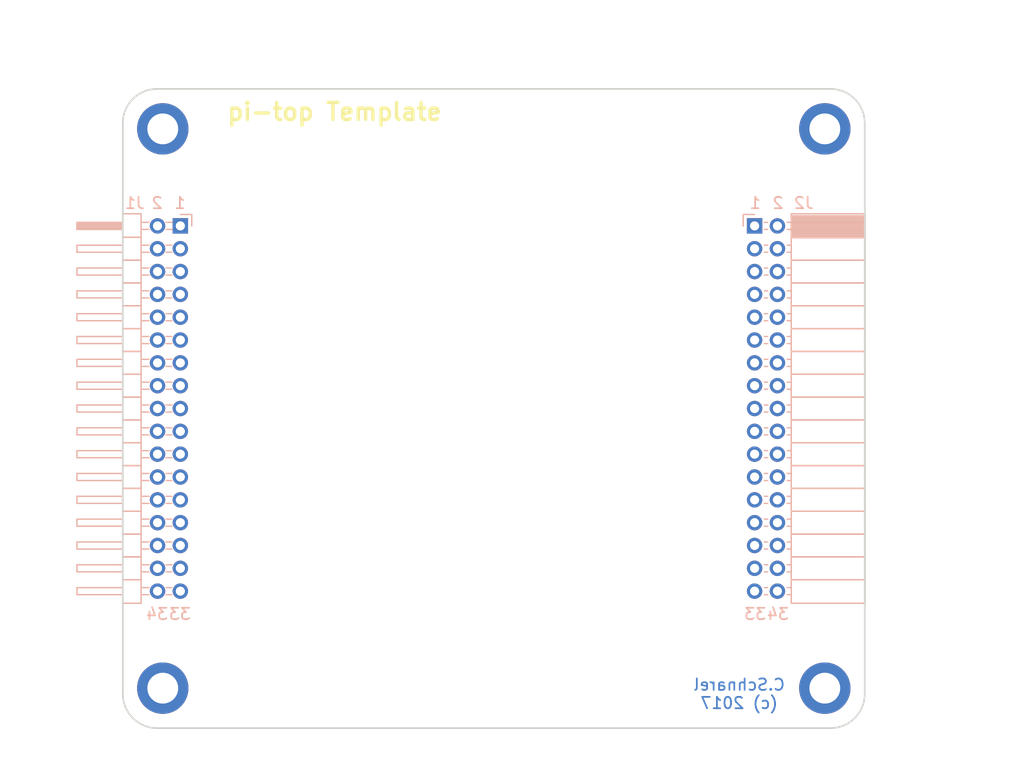
<source format=kicad_pcb>
(kicad_pcb (version 20170123) (host pcbnew "(2017-05-14 revision 14bb238b3)-makepkg")

  (general
    (links 34)
    (no_connects 34)
    (area 25.844048 66.300001 119.49643 136.700001)
    (thickness 1.6)
    (drawings 25)
    (tracks 0)
    (zones 0)
    (modules 6)
    (nets 35)
  )

  (page A)
  (title_block
    (title pi-topTemplate)
    (date 5/18/2017)
    (rev 1.0)
    (comment 1 "Board outline and connectors for pi-top accessory buss")
  )

  (layers
    (0 F.Cu signal hide)
    (31 B.Cu signal)
    (32 B.Adhes user)
    (33 F.Adhes user)
    (34 B.Paste user)
    (35 F.Paste user)
    (36 B.SilkS user)
    (37 F.SilkS user)
    (38 B.Mask user)
    (39 F.Mask user)
    (40 Dwgs.User user)
    (41 Cmts.User user)
    (42 Eco1.User user)
    (43 Eco2.User user)
    (44 Edge.Cuts user)
    (45 Margin user)
    (46 B.CrtYd user)
    (47 F.CrtYd user)
    (48 B.Fab user)
    (49 F.Fab user)
  )

  (setup
    (last_trace_width 0.25)
    (trace_clearance 0.2)
    (zone_clearance 0.508)
    (zone_45_only no)
    (trace_min 0.2)
    (segment_width 0.15)
    (edge_width 0.15)
    (via_size 0.8)
    (via_drill 0.4)
    (via_min_size 0.4)
    (via_min_drill 0.3)
    (uvia_size 0.3)
    (uvia_drill 0.1)
    (uvias_allowed no)
    (uvia_min_size 0.2)
    (uvia_min_drill 0.1)
    (pcb_text_width 0.3)
    (pcb_text_size 1.5 1.5)
    (mod_edge_width 0.15)
    (mod_text_size 1 1)
    (mod_text_width 0.15)
    (pad_size 4.5 4.5)
    (pad_drill 2.7)
    (pad_to_mask_clearance 0.2)
    (aux_axis_origin 0 0)
    (grid_origin 38 74)
    (visible_elements 7FFFF77F)
    (pcbplotparams
      (layerselection 0x00030_ffffffff)
      (usegerberextensions false)
      (excludeedgelayer true)
      (linewidth 0.100000)
      (plotframeref false)
      (viasonmask false)
      (mode 1)
      (useauxorigin false)
      (hpglpennumber 1)
      (hpglpenspeed 20)
      (hpglpendiameter 15)
      (psnegative false)
      (psa4output false)
      (plotreference true)
      (plotvalue true)
      (plotinvisibletext false)
      (padsonsilk false)
      (subtractmaskfromsilk false)
      (outputformat 1)
      (mirror false)
      (drillshape 1)
      (scaleselection 1)
      (outputdirectory ""))
  )

  (net 0 "")
  (net 1 BCM-24)
  (net 2 MOSI_BCM-10)
  (net 3 BCM-22)
  (net 4 BCM-23)
  (net 5 PCM_D_BCM-27)
  (net 6 PCM_C_BCM-18)
  (net 7 GPCLK0-BCM-4)
  (net 8 TXD_BCM-15)
  (net 9 BCM-17)
  (net 10 RXD_BCM-15)
  (net 11 HUB_3V3_PRST)
  (net 12 HUB_3V3)
  (net 13 HUB_5V)
  (net 14 HUB_PWR)
  (net 15 HUB_GND)
  (net 16 SPDIF_OUT)
  (net 17 SCL_BCM-3)
  (net 18 SDA_BCM-2)
  (net 19 ID_SC_BCM-1)
  (net 20 BCM-5)
  (net 21 ID_SD_BCM-0)
  (net 22 CE1_BCM-7)
  (net 23 MISO_BCM-9)
  (net 24 BCM-25)
  (net 25 CE0_BCM-8)
  (net 26 SCLK_BCM-11)
  (net 27 BCM-13)
  (net 28 MISO_BCM-19)
  (net 29 BCM-12)
  (net 30 BCM-6)
  (net 31 BCM-16)
  (net 32 BCM-26)
  (net 33 SCLK_BCM-21)
  (net 34 MOSI_BCM-20)

  (net_class Default "This is the default net class."
    (clearance 0.2)
    (trace_width 0.25)
    (via_dia 0.8)
    (via_drill 0.4)
    (uvia_dia 0.3)
    (uvia_drill 0.1)
    (add_net BCM-12)
    (add_net BCM-13)
    (add_net BCM-16)
    (add_net BCM-17)
    (add_net BCM-22)
    (add_net BCM-23)
    (add_net BCM-24)
    (add_net BCM-25)
    (add_net BCM-26)
    (add_net BCM-5)
    (add_net BCM-6)
    (add_net CE0_BCM-8)
    (add_net CE1_BCM-7)
    (add_net GPCLK0-BCM-4)
    (add_net HUB_3V3)
    (add_net HUB_3V3_PRST)
    (add_net HUB_5V)
    (add_net HUB_GND)
    (add_net HUB_PWR)
    (add_net ID_SC_BCM-1)
    (add_net ID_SD_BCM-0)
    (add_net MISO_BCM-19)
    (add_net MISO_BCM-9)
    (add_net MOSI_BCM-10)
    (add_net MOSI_BCM-20)
    (add_net PCM_C_BCM-18)
    (add_net PCM_D_BCM-27)
    (add_net RXD_BCM-15)
    (add_net SCLK_BCM-11)
    (add_net SCLK_BCM-21)
    (add_net SCL_BCM-3)
    (add_net SDA_BCM-2)
    (add_net SPDIF_OUT)
    (add_net TXD_BCM-15)
  )

  (module Socket_Strips:Socket_Strip_Angled_2x17_Pitch2.00mm locked (layer B.Cu) (tedit 58CD5450) (tstamp 591E87FE)
    (at 93.35 86 180)
    (descr "Through hole angled socket strip, 2x17, 2.00mm pitch, 6.35mm socket length, double rows")
    (tags "Through hole angled socket strip THT 2x17 2.00mm double row")
    (path /591E287F)
    (fp_text reference J2 (at -4.31 2 180) (layer B.SilkS)
      (effects (font (size 1 1) (thickness 0.15)) (justify mirror))
    )
    (fp_text value "Harwin M22-655R" (at -4.31 -34 180) (layer B.Fab)
      (effects (font (size 1 1) (thickness 0.15)) (justify mirror))
    )
    (fp_line (start -3.27 1) (end -3.27 -1) (layer B.Fab) (width 0.1))
    (fp_line (start -3.27 -1) (end -9.62 -1) (layer B.Fab) (width 0.1))
    (fp_line (start -9.62 -1) (end -9.62 1) (layer B.Fab) (width 0.1))
    (fp_line (start -9.62 1) (end -3.27 1) (layer B.Fab) (width 0.1))
    (fp_line (start 0 0.25) (end 0 -0.25) (layer B.Fab) (width 0.1))
    (fp_line (start 0 -0.25) (end -3.27 -0.25) (layer B.Fab) (width 0.1))
    (fp_line (start -3.27 -0.25) (end -3.27 0.25) (layer B.Fab) (width 0.1))
    (fp_line (start -3.27 0.25) (end 0 0.25) (layer B.Fab) (width 0.1))
    (fp_line (start -3.27 -1) (end -3.27 -3) (layer B.Fab) (width 0.1))
    (fp_line (start -3.27 -3) (end -9.62 -3) (layer B.Fab) (width 0.1))
    (fp_line (start -9.62 -3) (end -9.62 -1) (layer B.Fab) (width 0.1))
    (fp_line (start -9.62 -1) (end -3.27 -1) (layer B.Fab) (width 0.1))
    (fp_line (start 0 -1.75) (end 0 -2.25) (layer B.Fab) (width 0.1))
    (fp_line (start 0 -2.25) (end -3.27 -2.25) (layer B.Fab) (width 0.1))
    (fp_line (start -3.27 -2.25) (end -3.27 -1.75) (layer B.Fab) (width 0.1))
    (fp_line (start -3.27 -1.75) (end 0 -1.75) (layer B.Fab) (width 0.1))
    (fp_line (start -3.27 -3) (end -3.27 -5) (layer B.Fab) (width 0.1))
    (fp_line (start -3.27 -5) (end -9.62 -5) (layer B.Fab) (width 0.1))
    (fp_line (start -9.62 -5) (end -9.62 -3) (layer B.Fab) (width 0.1))
    (fp_line (start -9.62 -3) (end -3.27 -3) (layer B.Fab) (width 0.1))
    (fp_line (start 0 -3.75) (end 0 -4.25) (layer B.Fab) (width 0.1))
    (fp_line (start 0 -4.25) (end -3.27 -4.25) (layer B.Fab) (width 0.1))
    (fp_line (start -3.27 -4.25) (end -3.27 -3.75) (layer B.Fab) (width 0.1))
    (fp_line (start -3.27 -3.75) (end 0 -3.75) (layer B.Fab) (width 0.1))
    (fp_line (start -3.27 -5) (end -3.27 -7) (layer B.Fab) (width 0.1))
    (fp_line (start -3.27 -7) (end -9.62 -7) (layer B.Fab) (width 0.1))
    (fp_line (start -9.62 -7) (end -9.62 -5) (layer B.Fab) (width 0.1))
    (fp_line (start -9.62 -5) (end -3.27 -5) (layer B.Fab) (width 0.1))
    (fp_line (start 0 -5.75) (end 0 -6.25) (layer B.Fab) (width 0.1))
    (fp_line (start 0 -6.25) (end -3.27 -6.25) (layer B.Fab) (width 0.1))
    (fp_line (start -3.27 -6.25) (end -3.27 -5.75) (layer B.Fab) (width 0.1))
    (fp_line (start -3.27 -5.75) (end 0 -5.75) (layer B.Fab) (width 0.1))
    (fp_line (start -3.27 -7) (end -3.27 -9) (layer B.Fab) (width 0.1))
    (fp_line (start -3.27 -9) (end -9.62 -9) (layer B.Fab) (width 0.1))
    (fp_line (start -9.62 -9) (end -9.62 -7) (layer B.Fab) (width 0.1))
    (fp_line (start -9.62 -7) (end -3.27 -7) (layer B.Fab) (width 0.1))
    (fp_line (start 0 -7.75) (end 0 -8.25) (layer B.Fab) (width 0.1))
    (fp_line (start 0 -8.25) (end -3.27 -8.25) (layer B.Fab) (width 0.1))
    (fp_line (start -3.27 -8.25) (end -3.27 -7.75) (layer B.Fab) (width 0.1))
    (fp_line (start -3.27 -7.75) (end 0 -7.75) (layer B.Fab) (width 0.1))
    (fp_line (start -3.27 -9) (end -3.27 -11) (layer B.Fab) (width 0.1))
    (fp_line (start -3.27 -11) (end -9.62 -11) (layer B.Fab) (width 0.1))
    (fp_line (start -9.62 -11) (end -9.62 -9) (layer B.Fab) (width 0.1))
    (fp_line (start -9.62 -9) (end -3.27 -9) (layer B.Fab) (width 0.1))
    (fp_line (start 0 -9.75) (end 0 -10.25) (layer B.Fab) (width 0.1))
    (fp_line (start 0 -10.25) (end -3.27 -10.25) (layer B.Fab) (width 0.1))
    (fp_line (start -3.27 -10.25) (end -3.27 -9.75) (layer B.Fab) (width 0.1))
    (fp_line (start -3.27 -9.75) (end 0 -9.75) (layer B.Fab) (width 0.1))
    (fp_line (start -3.27 -11) (end -3.27 -13) (layer B.Fab) (width 0.1))
    (fp_line (start -3.27 -13) (end -9.62 -13) (layer B.Fab) (width 0.1))
    (fp_line (start -9.62 -13) (end -9.62 -11) (layer B.Fab) (width 0.1))
    (fp_line (start -9.62 -11) (end -3.27 -11) (layer B.Fab) (width 0.1))
    (fp_line (start 0 -11.75) (end 0 -12.25) (layer B.Fab) (width 0.1))
    (fp_line (start 0 -12.25) (end -3.27 -12.25) (layer B.Fab) (width 0.1))
    (fp_line (start -3.27 -12.25) (end -3.27 -11.75) (layer B.Fab) (width 0.1))
    (fp_line (start -3.27 -11.75) (end 0 -11.75) (layer B.Fab) (width 0.1))
    (fp_line (start -3.27 -13) (end -3.27 -15) (layer B.Fab) (width 0.1))
    (fp_line (start -3.27 -15) (end -9.62 -15) (layer B.Fab) (width 0.1))
    (fp_line (start -9.62 -15) (end -9.62 -13) (layer B.Fab) (width 0.1))
    (fp_line (start -9.62 -13) (end -3.27 -13) (layer B.Fab) (width 0.1))
    (fp_line (start 0 -13.75) (end 0 -14.25) (layer B.Fab) (width 0.1))
    (fp_line (start 0 -14.25) (end -3.27 -14.25) (layer B.Fab) (width 0.1))
    (fp_line (start -3.27 -14.25) (end -3.27 -13.75) (layer B.Fab) (width 0.1))
    (fp_line (start -3.27 -13.75) (end 0 -13.75) (layer B.Fab) (width 0.1))
    (fp_line (start -3.27 -15) (end -3.27 -17) (layer B.Fab) (width 0.1))
    (fp_line (start -3.27 -17) (end -9.62 -17) (layer B.Fab) (width 0.1))
    (fp_line (start -9.62 -17) (end -9.62 -15) (layer B.Fab) (width 0.1))
    (fp_line (start -9.62 -15) (end -3.27 -15) (layer B.Fab) (width 0.1))
    (fp_line (start 0 -15.75) (end 0 -16.25) (layer B.Fab) (width 0.1))
    (fp_line (start 0 -16.25) (end -3.27 -16.25) (layer B.Fab) (width 0.1))
    (fp_line (start -3.27 -16.25) (end -3.27 -15.75) (layer B.Fab) (width 0.1))
    (fp_line (start -3.27 -15.75) (end 0 -15.75) (layer B.Fab) (width 0.1))
    (fp_line (start -3.27 -17) (end -3.27 -19) (layer B.Fab) (width 0.1))
    (fp_line (start -3.27 -19) (end -9.62 -19) (layer B.Fab) (width 0.1))
    (fp_line (start -9.62 -19) (end -9.62 -17) (layer B.Fab) (width 0.1))
    (fp_line (start -9.62 -17) (end -3.27 -17) (layer B.Fab) (width 0.1))
    (fp_line (start 0 -17.75) (end 0 -18.25) (layer B.Fab) (width 0.1))
    (fp_line (start 0 -18.25) (end -3.27 -18.25) (layer B.Fab) (width 0.1))
    (fp_line (start -3.27 -18.25) (end -3.27 -17.75) (layer B.Fab) (width 0.1))
    (fp_line (start -3.27 -17.75) (end 0 -17.75) (layer B.Fab) (width 0.1))
    (fp_line (start -3.27 -19) (end -3.27 -21) (layer B.Fab) (width 0.1))
    (fp_line (start -3.27 -21) (end -9.62 -21) (layer B.Fab) (width 0.1))
    (fp_line (start -9.62 -21) (end -9.62 -19) (layer B.Fab) (width 0.1))
    (fp_line (start -9.62 -19) (end -3.27 -19) (layer B.Fab) (width 0.1))
    (fp_line (start 0 -19.75) (end 0 -20.25) (layer B.Fab) (width 0.1))
    (fp_line (start 0 -20.25) (end -3.27 -20.25) (layer B.Fab) (width 0.1))
    (fp_line (start -3.27 -20.25) (end -3.27 -19.75) (layer B.Fab) (width 0.1))
    (fp_line (start -3.27 -19.75) (end 0 -19.75) (layer B.Fab) (width 0.1))
    (fp_line (start -3.27 -21) (end -3.27 -23) (layer B.Fab) (width 0.1))
    (fp_line (start -3.27 -23) (end -9.62 -23) (layer B.Fab) (width 0.1))
    (fp_line (start -9.62 -23) (end -9.62 -21) (layer B.Fab) (width 0.1))
    (fp_line (start -9.62 -21) (end -3.27 -21) (layer B.Fab) (width 0.1))
    (fp_line (start 0 -21.75) (end 0 -22.25) (layer B.Fab) (width 0.1))
    (fp_line (start 0 -22.25) (end -3.27 -22.25) (layer B.Fab) (width 0.1))
    (fp_line (start -3.27 -22.25) (end -3.27 -21.75) (layer B.Fab) (width 0.1))
    (fp_line (start -3.27 -21.75) (end 0 -21.75) (layer B.Fab) (width 0.1))
    (fp_line (start -3.27 -23) (end -3.27 -25) (layer B.Fab) (width 0.1))
    (fp_line (start -3.27 -25) (end -9.62 -25) (layer B.Fab) (width 0.1))
    (fp_line (start -9.62 -25) (end -9.62 -23) (layer B.Fab) (width 0.1))
    (fp_line (start -9.62 -23) (end -3.27 -23) (layer B.Fab) (width 0.1))
    (fp_line (start 0 -23.75) (end 0 -24.25) (layer B.Fab) (width 0.1))
    (fp_line (start 0 -24.25) (end -3.27 -24.25) (layer B.Fab) (width 0.1))
    (fp_line (start -3.27 -24.25) (end -3.27 -23.75) (layer B.Fab) (width 0.1))
    (fp_line (start -3.27 -23.75) (end 0 -23.75) (layer B.Fab) (width 0.1))
    (fp_line (start -3.27 -25) (end -3.27 -27) (layer B.Fab) (width 0.1))
    (fp_line (start -3.27 -27) (end -9.62 -27) (layer B.Fab) (width 0.1))
    (fp_line (start -9.62 -27) (end -9.62 -25) (layer B.Fab) (width 0.1))
    (fp_line (start -9.62 -25) (end -3.27 -25) (layer B.Fab) (width 0.1))
    (fp_line (start 0 -25.75) (end 0 -26.25) (layer B.Fab) (width 0.1))
    (fp_line (start 0 -26.25) (end -3.27 -26.25) (layer B.Fab) (width 0.1))
    (fp_line (start -3.27 -26.25) (end -3.27 -25.75) (layer B.Fab) (width 0.1))
    (fp_line (start -3.27 -25.75) (end 0 -25.75) (layer B.Fab) (width 0.1))
    (fp_line (start -3.27 -27) (end -3.27 -29) (layer B.Fab) (width 0.1))
    (fp_line (start -3.27 -29) (end -9.62 -29) (layer B.Fab) (width 0.1))
    (fp_line (start -9.62 -29) (end -9.62 -27) (layer B.Fab) (width 0.1))
    (fp_line (start -9.62 -27) (end -3.27 -27) (layer B.Fab) (width 0.1))
    (fp_line (start 0 -27.75) (end 0 -28.25) (layer B.Fab) (width 0.1))
    (fp_line (start 0 -28.25) (end -3.27 -28.25) (layer B.Fab) (width 0.1))
    (fp_line (start -3.27 -28.25) (end -3.27 -27.75) (layer B.Fab) (width 0.1))
    (fp_line (start -3.27 -27.75) (end 0 -27.75) (layer B.Fab) (width 0.1))
    (fp_line (start -3.27 -29) (end -3.27 -31) (layer B.Fab) (width 0.1))
    (fp_line (start -3.27 -31) (end -9.62 -31) (layer B.Fab) (width 0.1))
    (fp_line (start -9.62 -31) (end -9.62 -29) (layer B.Fab) (width 0.1))
    (fp_line (start -9.62 -29) (end -3.27 -29) (layer B.Fab) (width 0.1))
    (fp_line (start 0 -29.75) (end 0 -30.25) (layer B.Fab) (width 0.1))
    (fp_line (start 0 -30.25) (end -3.27 -30.25) (layer B.Fab) (width 0.1))
    (fp_line (start -3.27 -30.25) (end -3.27 -29.75) (layer B.Fab) (width 0.1))
    (fp_line (start -3.27 -29.75) (end 0 -29.75) (layer B.Fab) (width 0.1))
    (fp_line (start -3.27 -31) (end -3.27 -33) (layer B.Fab) (width 0.1))
    (fp_line (start -3.27 -33) (end -9.62 -33) (layer B.Fab) (width 0.1))
    (fp_line (start -9.62 -33) (end -9.62 -31) (layer B.Fab) (width 0.1))
    (fp_line (start -9.62 -31) (end -3.27 -31) (layer B.Fab) (width 0.1))
    (fp_line (start 0 -31.75) (end 0 -32.25) (layer B.Fab) (width 0.1))
    (fp_line (start 0 -32.25) (end -3.27 -32.25) (layer B.Fab) (width 0.1))
    (fp_line (start -3.27 -32.25) (end -3.27 -31.75) (layer B.Fab) (width 0.1))
    (fp_line (start -3.27 -31.75) (end 0 -31.75) (layer B.Fab) (width 0.1))
    (fp_line (start -3.21 1.06) (end -3.21 -1) (layer B.SilkS) (width 0.12))
    (fp_line (start -3.21 -1) (end -9.68 -1) (layer B.SilkS) (width 0.12))
    (fp_line (start -9.68 -1) (end -9.68 1.06) (layer B.SilkS) (width 0.12))
    (fp_line (start -9.68 1.06) (end -3.21 1.06) (layer B.SilkS) (width 0.12))
    (fp_line (start -2.855 0.31) (end -3.21 0.31) (layer B.SilkS) (width 0.12))
    (fp_line (start -2.855 -0.31) (end -3.21 -0.31) (layer B.SilkS) (width 0.12))
    (fp_line (start -0.855 0.31) (end -1.145 0.31) (layer B.SilkS) (width 0.12))
    (fp_line (start -0.855 -0.31) (end -1.145 -0.31) (layer B.SilkS) (width 0.12))
    (fp_line (start -3.21 0.88) (end -9.68 0.88) (layer B.SilkS) (width 0.12))
    (fp_line (start -3.21 0.76) (end -9.68 0.76) (layer B.SilkS) (width 0.12))
    (fp_line (start -3.21 0.64) (end -9.68 0.64) (layer B.SilkS) (width 0.12))
    (fp_line (start -3.21 0.52) (end -9.68 0.52) (layer B.SilkS) (width 0.12))
    (fp_line (start -3.21 0.4) (end -9.68 0.4) (layer B.SilkS) (width 0.12))
    (fp_line (start -3.21 0.28) (end -9.68 0.28) (layer B.SilkS) (width 0.12))
    (fp_line (start -3.21 0.16) (end -9.68 0.16) (layer B.SilkS) (width 0.12))
    (fp_line (start -3.21 0.04) (end -9.68 0.04) (layer B.SilkS) (width 0.12))
    (fp_line (start -3.21 -0.08) (end -9.68 -0.08) (layer B.SilkS) (width 0.12))
    (fp_line (start -3.21 -0.2) (end -9.68 -0.2) (layer B.SilkS) (width 0.12))
    (fp_line (start -3.21 -0.32) (end -9.68 -0.32) (layer B.SilkS) (width 0.12))
    (fp_line (start -3.21 -0.44) (end -9.68 -0.44) (layer B.SilkS) (width 0.12))
    (fp_line (start -3.21 -0.56) (end -9.68 -0.56) (layer B.SilkS) (width 0.12))
    (fp_line (start -3.21 -0.68) (end -9.68 -0.68) (layer B.SilkS) (width 0.12))
    (fp_line (start -3.21 -0.8) (end -9.68 -0.8) (layer B.SilkS) (width 0.12))
    (fp_line (start -3.21 -0.92) (end -9.68 -0.92) (layer B.SilkS) (width 0.12))
    (fp_line (start -3.21 -1.04) (end -9.68 -1.04) (layer B.SilkS) (width 0.12))
    (fp_line (start -3.21 -1) (end -3.21 -3) (layer B.SilkS) (width 0.12))
    (fp_line (start -3.21 -3) (end -9.68 -3) (layer B.SilkS) (width 0.12))
    (fp_line (start -9.68 -3) (end -9.68 -1) (layer B.SilkS) (width 0.12))
    (fp_line (start -9.68 -1) (end -3.21 -1) (layer B.SilkS) (width 0.12))
    (fp_line (start -2.855 -1.69) (end -3.21 -1.69) (layer B.SilkS) (width 0.12))
    (fp_line (start -2.855 -2.31) (end -3.21 -2.31) (layer B.SilkS) (width 0.12))
    (fp_line (start -0.855 -1.69) (end -1.145 -1.69) (layer B.SilkS) (width 0.12))
    (fp_line (start -0.855 -2.31) (end -1.145 -2.31) (layer B.SilkS) (width 0.12))
    (fp_line (start -3.21 -3) (end -3.21 -5) (layer B.SilkS) (width 0.12))
    (fp_line (start -3.21 -5) (end -9.68 -5) (layer B.SilkS) (width 0.12))
    (fp_line (start -9.68 -5) (end -9.68 -3) (layer B.SilkS) (width 0.12))
    (fp_line (start -9.68 -3) (end -3.21 -3) (layer B.SilkS) (width 0.12))
    (fp_line (start -2.855 -3.69) (end -3.21 -3.69) (layer B.SilkS) (width 0.12))
    (fp_line (start -2.855 -4.31) (end -3.21 -4.31) (layer B.SilkS) (width 0.12))
    (fp_line (start -0.855 -3.69) (end -1.145 -3.69) (layer B.SilkS) (width 0.12))
    (fp_line (start -0.855 -4.31) (end -1.145 -4.31) (layer B.SilkS) (width 0.12))
    (fp_line (start -3.21 -5) (end -3.21 -7) (layer B.SilkS) (width 0.12))
    (fp_line (start -3.21 -7) (end -9.68 -7) (layer B.SilkS) (width 0.12))
    (fp_line (start -9.68 -7) (end -9.68 -5) (layer B.SilkS) (width 0.12))
    (fp_line (start -9.68 -5) (end -3.21 -5) (layer B.SilkS) (width 0.12))
    (fp_line (start -2.855 -5.69) (end -3.21 -5.69) (layer B.SilkS) (width 0.12))
    (fp_line (start -2.855 -6.31) (end -3.21 -6.31) (layer B.SilkS) (width 0.12))
    (fp_line (start -0.855 -5.69) (end -1.145 -5.69) (layer B.SilkS) (width 0.12))
    (fp_line (start -0.855 -6.31) (end -1.145 -6.31) (layer B.SilkS) (width 0.12))
    (fp_line (start -3.21 -7) (end -3.21 -9) (layer B.SilkS) (width 0.12))
    (fp_line (start -3.21 -9) (end -9.68 -9) (layer B.SilkS) (width 0.12))
    (fp_line (start -9.68 -9) (end -9.68 -7) (layer B.SilkS) (width 0.12))
    (fp_line (start -9.68 -7) (end -3.21 -7) (layer B.SilkS) (width 0.12))
    (fp_line (start -2.855 -7.69) (end -3.21 -7.69) (layer B.SilkS) (width 0.12))
    (fp_line (start -2.855 -8.31) (end -3.21 -8.31) (layer B.SilkS) (width 0.12))
    (fp_line (start -0.855 -7.69) (end -1.145 -7.69) (layer B.SilkS) (width 0.12))
    (fp_line (start -0.855 -8.31) (end -1.145 -8.31) (layer B.SilkS) (width 0.12))
    (fp_line (start -3.21 -9) (end -3.21 -11) (layer B.SilkS) (width 0.12))
    (fp_line (start -3.21 -11) (end -9.68 -11) (layer B.SilkS) (width 0.12))
    (fp_line (start -9.68 -11) (end -9.68 -9) (layer B.SilkS) (width 0.12))
    (fp_line (start -9.68 -9) (end -3.21 -9) (layer B.SilkS) (width 0.12))
    (fp_line (start -2.855 -9.69) (end -3.21 -9.69) (layer B.SilkS) (width 0.12))
    (fp_line (start -2.855 -10.31) (end -3.21 -10.31) (layer B.SilkS) (width 0.12))
    (fp_line (start -0.855 -9.69) (end -1.145 -9.69) (layer B.SilkS) (width 0.12))
    (fp_line (start -0.855 -10.31) (end -1.145 -10.31) (layer B.SilkS) (width 0.12))
    (fp_line (start -3.21 -11) (end -3.21 -13) (layer B.SilkS) (width 0.12))
    (fp_line (start -3.21 -13) (end -9.68 -13) (layer B.SilkS) (width 0.12))
    (fp_line (start -9.68 -13) (end -9.68 -11) (layer B.SilkS) (width 0.12))
    (fp_line (start -9.68 -11) (end -3.21 -11) (layer B.SilkS) (width 0.12))
    (fp_line (start -2.855 -11.69) (end -3.21 -11.69) (layer B.SilkS) (width 0.12))
    (fp_line (start -2.855 -12.31) (end -3.21 -12.31) (layer B.SilkS) (width 0.12))
    (fp_line (start -0.855 -11.69) (end -1.145 -11.69) (layer B.SilkS) (width 0.12))
    (fp_line (start -0.855 -12.31) (end -1.145 -12.31) (layer B.SilkS) (width 0.12))
    (fp_line (start -3.21 -13) (end -3.21 -15) (layer B.SilkS) (width 0.12))
    (fp_line (start -3.21 -15) (end -9.68 -15) (layer B.SilkS) (width 0.12))
    (fp_line (start -9.68 -15) (end -9.68 -13) (layer B.SilkS) (width 0.12))
    (fp_line (start -9.68 -13) (end -3.21 -13) (layer B.SilkS) (width 0.12))
    (fp_line (start -2.855 -13.69) (end -3.21 -13.69) (layer B.SilkS) (width 0.12))
    (fp_line (start -2.855 -14.31) (end -3.21 -14.31) (layer B.SilkS) (width 0.12))
    (fp_line (start -0.855 -13.69) (end -1.145 -13.69) (layer B.SilkS) (width 0.12))
    (fp_line (start -0.855 -14.31) (end -1.145 -14.31) (layer B.SilkS) (width 0.12))
    (fp_line (start -3.21 -15) (end -3.21 -17) (layer B.SilkS) (width 0.12))
    (fp_line (start -3.21 -17) (end -9.68 -17) (layer B.SilkS) (width 0.12))
    (fp_line (start -9.68 -17) (end -9.68 -15) (layer B.SilkS) (width 0.12))
    (fp_line (start -9.68 -15) (end -3.21 -15) (layer B.SilkS) (width 0.12))
    (fp_line (start -2.855 -15.69) (end -3.21 -15.69) (layer B.SilkS) (width 0.12))
    (fp_line (start -2.855 -16.31) (end -3.21 -16.31) (layer B.SilkS) (width 0.12))
    (fp_line (start -0.855 -15.69) (end -1.145 -15.69) (layer B.SilkS) (width 0.12))
    (fp_line (start -0.855 -16.31) (end -1.145 -16.31) (layer B.SilkS) (width 0.12))
    (fp_line (start -3.21 -17) (end -3.21 -19) (layer B.SilkS) (width 0.12))
    (fp_line (start -3.21 -19) (end -9.68 -19) (layer B.SilkS) (width 0.12))
    (fp_line (start -9.68 -19) (end -9.68 -17) (layer B.SilkS) (width 0.12))
    (fp_line (start -9.68 -17) (end -3.21 -17) (layer B.SilkS) (width 0.12))
    (fp_line (start -2.855 -17.69) (end -3.21 -17.69) (layer B.SilkS) (width 0.12))
    (fp_line (start -2.855 -18.31) (end -3.21 -18.31) (layer B.SilkS) (width 0.12))
    (fp_line (start -0.855 -17.69) (end -1.145 -17.69) (layer B.SilkS) (width 0.12))
    (fp_line (start -0.855 -18.31) (end -1.145 -18.31) (layer B.SilkS) (width 0.12))
    (fp_line (start -3.21 -19) (end -3.21 -21) (layer B.SilkS) (width 0.12))
    (fp_line (start -3.21 -21) (end -9.68 -21) (layer B.SilkS) (width 0.12))
    (fp_line (start -9.68 -21) (end -9.68 -19) (layer B.SilkS) (width 0.12))
    (fp_line (start -9.68 -19) (end -3.21 -19) (layer B.SilkS) (width 0.12))
    (fp_line (start -2.855 -19.69) (end -3.21 -19.69) (layer B.SilkS) (width 0.12))
    (fp_line (start -2.855 -20.31) (end -3.21 -20.31) (layer B.SilkS) (width 0.12))
    (fp_line (start -0.855 -19.69) (end -1.145 -19.69) (layer B.SilkS) (width 0.12))
    (fp_line (start -0.855 -20.31) (end -1.145 -20.31) (layer B.SilkS) (width 0.12))
    (fp_line (start -3.21 -21) (end -3.21 -23) (layer B.SilkS) (width 0.12))
    (fp_line (start -3.21 -23) (end -9.68 -23) (layer B.SilkS) (width 0.12))
    (fp_line (start -9.68 -23) (end -9.68 -21) (layer B.SilkS) (width 0.12))
    (fp_line (start -9.68 -21) (end -3.21 -21) (layer B.SilkS) (width 0.12))
    (fp_line (start -2.855 -21.69) (end -3.21 -21.69) (layer B.SilkS) (width 0.12))
    (fp_line (start -2.855 -22.31) (end -3.21 -22.31) (layer B.SilkS) (width 0.12))
    (fp_line (start -0.855 -21.69) (end -1.145 -21.69) (layer B.SilkS) (width 0.12))
    (fp_line (start -0.855 -22.31) (end -1.145 -22.31) (layer B.SilkS) (width 0.12))
    (fp_line (start -3.21 -23) (end -3.21 -25) (layer B.SilkS) (width 0.12))
    (fp_line (start -3.21 -25) (end -9.68 -25) (layer B.SilkS) (width 0.12))
    (fp_line (start -9.68 -25) (end -9.68 -23) (layer B.SilkS) (width 0.12))
    (fp_line (start -9.68 -23) (end -3.21 -23) (layer B.SilkS) (width 0.12))
    (fp_line (start -2.855 -23.69) (end -3.21 -23.69) (layer B.SilkS) (width 0.12))
    (fp_line (start -2.855 -24.31) (end -3.21 -24.31) (layer B.SilkS) (width 0.12))
    (fp_line (start -0.855 -23.69) (end -1.145 -23.69) (layer B.SilkS) (width 0.12))
    (fp_line (start -0.855 -24.31) (end -1.145 -24.31) (layer B.SilkS) (width 0.12))
    (fp_line (start -3.21 -25) (end -3.21 -27) (layer B.SilkS) (width 0.12))
    (fp_line (start -3.21 -27) (end -9.68 -27) (layer B.SilkS) (width 0.12))
    (fp_line (start -9.68 -27) (end -9.68 -25) (layer B.SilkS) (width 0.12))
    (fp_line (start -9.68 -25) (end -3.21 -25) (layer B.SilkS) (width 0.12))
    (fp_line (start -2.855 -25.69) (end -3.21 -25.69) (layer B.SilkS) (width 0.12))
    (fp_line (start -2.855 -26.31) (end -3.21 -26.31) (layer B.SilkS) (width 0.12))
    (fp_line (start -0.855 -25.69) (end -1.145 -25.69) (layer B.SilkS) (width 0.12))
    (fp_line (start -0.855 -26.31) (end -1.145 -26.31) (layer B.SilkS) (width 0.12))
    (fp_line (start -3.21 -27) (end -3.21 -29) (layer B.SilkS) (width 0.12))
    (fp_line (start -3.21 -29) (end -9.68 -29) (layer B.SilkS) (width 0.12))
    (fp_line (start -9.68 -29) (end -9.68 -27) (layer B.SilkS) (width 0.12))
    (fp_line (start -9.68 -27) (end -3.21 -27) (layer B.SilkS) (width 0.12))
    (fp_line (start -2.855 -27.69) (end -3.21 -27.69) (layer B.SilkS) (width 0.12))
    (fp_line (start -2.855 -28.31) (end -3.21 -28.31) (layer B.SilkS) (width 0.12))
    (fp_line (start -0.855 -27.69) (end -1.145 -27.69) (layer B.SilkS) (width 0.12))
    (fp_line (start -0.855 -28.31) (end -1.145 -28.31) (layer B.SilkS) (width 0.12))
    (fp_line (start -3.21 -29) (end -3.21 -31) (layer B.SilkS) (width 0.12))
    (fp_line (start -3.21 -31) (end -9.68 -31) (layer B.SilkS) (width 0.12))
    (fp_line (start -9.68 -31) (end -9.68 -29) (layer B.SilkS) (width 0.12))
    (fp_line (start -9.68 -29) (end -3.21 -29) (layer B.SilkS) (width 0.12))
    (fp_line (start -2.855 -29.69) (end -3.21 -29.69) (layer B.SilkS) (width 0.12))
    (fp_line (start -2.855 -30.31) (end -3.21 -30.31) (layer B.SilkS) (width 0.12))
    (fp_line (start -0.855 -29.69) (end -1.145 -29.69) (layer B.SilkS) (width 0.12))
    (fp_line (start -0.855 -30.31) (end -1.145 -30.31) (layer B.SilkS) (width 0.12))
    (fp_line (start -3.21 -31) (end -3.21 -33.06) (layer B.SilkS) (width 0.12))
    (fp_line (start -3.21 -33.06) (end -9.68 -33.06) (layer B.SilkS) (width 0.12))
    (fp_line (start -9.68 -33.06) (end -9.68 -31) (layer B.SilkS) (width 0.12))
    (fp_line (start -9.68 -31) (end -3.21 -31) (layer B.SilkS) (width 0.12))
    (fp_line (start -2.855 -31.69) (end -3.21 -31.69) (layer B.SilkS) (width 0.12))
    (fp_line (start -2.855 -32.31) (end -3.21 -32.31) (layer B.SilkS) (width 0.12))
    (fp_line (start -0.855 -31.69) (end -1.145 -31.69) (layer B.SilkS) (width 0.12))
    (fp_line (start -0.855 -32.31) (end -1.145 -32.31) (layer B.SilkS) (width 0.12))
    (fp_line (start 0 1) (end 1 1) (layer B.SilkS) (width 0.12))
    (fp_line (start 1 1) (end 1 0) (layer B.SilkS) (width 0.12))
    (fp_line (start 1.5 1.5) (end 1.5 -33.5) (layer B.CrtYd) (width 0.05))
    (fp_line (start 1.5 -33.5) (end -10.15 -33.5) (layer B.CrtYd) (width 0.05))
    (fp_line (start -10.15 -33.5) (end -10.15 1.5) (layer B.CrtYd) (width 0.05))
    (fp_line (start -10.15 1.5) (end 1.5 1.5) (layer B.CrtYd) (width 0.05))
    (fp_text user %R (at -4.31 2 180) (layer B.Fab)
      (effects (font (size 1 1) (thickness 0.15)) (justify mirror))
    )
    (pad 1 thru_hole rect (at 0 0 180) (size 1.35 1.35) (drill 0.8) (layers *.Cu *.Mask)
      (net 14 HUB_PWR))
    (pad 2 thru_hole oval (at -2 0 180) (size 1.35 1.35) (drill 0.8) (layers *.Cu *.Mask)
      (net 13 HUB_5V))
    (pad 3 thru_hole oval (at 0 -2 180) (size 1.35 1.35) (drill 0.8) (layers *.Cu *.Mask)
      (net 11 HUB_3V3_PRST))
    (pad 4 thru_hole oval (at -2 -2 180) (size 1.35 1.35) (drill 0.8) (layers *.Cu *.Mask)
      (net 12 HUB_3V3))
    (pad 5 thru_hole oval (at 0 -4 180) (size 1.35 1.35) (drill 0.8) (layers *.Cu *.Mask)
      (net 15 HUB_GND))
    (pad 6 thru_hole oval (at -2 -4 180) (size 1.35 1.35) (drill 0.8) (layers *.Cu *.Mask)
      (net 16 SPDIF_OUT))
    (pad 7 thru_hole oval (at 0 -6 180) (size 1.35 1.35) (drill 0.8) (layers *.Cu *.Mask)
      (net 18 SDA_BCM-2))
    (pad 8 thru_hole oval (at -2 -6 180) (size 1.35 1.35) (drill 0.8) (layers *.Cu *.Mask)
      (net 17 SCL_BCM-3))
    (pad 9 thru_hole oval (at 0 -8 180) (size 1.35 1.35) (drill 0.8) (layers *.Cu *.Mask)
      (net 7 GPCLK0-BCM-4))
    (pad 10 thru_hole oval (at -2 -8 180) (size 1.35 1.35) (drill 0.8) (layers *.Cu *.Mask)
      (net 8 TXD_BCM-15))
    (pad 11 thru_hole oval (at 0 -10 180) (size 1.35 1.35) (drill 0.8) (layers *.Cu *.Mask)
      (net 10 RXD_BCM-15))
    (pad 12 thru_hole oval (at -2 -10 180) (size 1.35 1.35) (drill 0.8) (layers *.Cu *.Mask)
      (net 9 BCM-17))
    (pad 13 thru_hole oval (at 0 -12 180) (size 1.35 1.35) (drill 0.8) (layers *.Cu *.Mask)
      (net 6 PCM_C_BCM-18))
    (pad 14 thru_hole oval (at -2 -12 180) (size 1.35 1.35) (drill 0.8) (layers *.Cu *.Mask)
      (net 5 PCM_D_BCM-27))
    (pad 15 thru_hole oval (at 0 -14 180) (size 1.35 1.35) (drill 0.8) (layers *.Cu *.Mask)
      (net 3 BCM-22))
    (pad 16 thru_hole oval (at -2 -14 180) (size 1.35 1.35) (drill 0.8) (layers *.Cu *.Mask)
      (net 4 BCM-23))
    (pad 17 thru_hole oval (at 0 -16 180) (size 1.35 1.35) (drill 0.8) (layers *.Cu *.Mask)
      (net 1 BCM-24))
    (pad 18 thru_hole oval (at -2 -16 180) (size 1.35 1.35) (drill 0.8) (layers *.Cu *.Mask)
      (net 2 MOSI_BCM-10))
    (pad 19 thru_hole oval (at 0 -18 180) (size 1.35 1.35) (drill 0.8) (layers *.Cu *.Mask)
      (net 23 MISO_BCM-9))
    (pad 20 thru_hole oval (at -2 -18 180) (size 1.35 1.35) (drill 0.8) (layers *.Cu *.Mask)
      (net 24 BCM-25))
    (pad 21 thru_hole oval (at 0 -20 180) (size 1.35 1.35) (drill 0.8) (layers *.Cu *.Mask)
      (net 26 SCLK_BCM-11))
    (pad 22 thru_hole oval (at -2 -20 180) (size 1.35 1.35) (drill 0.8) (layers *.Cu *.Mask)
      (net 25 CE0_BCM-8))
    (pad 23 thru_hole oval (at 0 -22 180) (size 1.35 1.35) (drill 0.8) (layers *.Cu *.Mask)
      (net 22 CE1_BCM-7))
    (pad 24 thru_hole oval (at -2 -22 180) (size 1.35 1.35) (drill 0.8) (layers *.Cu *.Mask)
      (net 21 ID_SD_BCM-0))
    (pad 25 thru_hole oval (at 0 -24 180) (size 1.35 1.35) (drill 0.8) (layers *.Cu *.Mask)
      (net 19 ID_SC_BCM-1))
    (pad 26 thru_hole oval (at -2 -24 180) (size 1.35 1.35) (drill 0.8) (layers *.Cu *.Mask)
      (net 20 BCM-5))
    (pad 27 thru_hole oval (at 0 -26 180) (size 1.35 1.35) (drill 0.8) (layers *.Cu *.Mask)
      (net 30 BCM-6))
    (pad 28 thru_hole oval (at -2 -26 180) (size 1.35 1.35) (drill 0.8) (layers *.Cu *.Mask)
      (net 29 BCM-12))
    (pad 29 thru_hole oval (at 0 -28 180) (size 1.35 1.35) (drill 0.8) (layers *.Cu *.Mask)
      (net 27 BCM-13))
    (pad 30 thru_hole oval (at -2 -28 180) (size 1.35 1.35) (drill 0.8) (layers *.Cu *.Mask)
      (net 28 MISO_BCM-19))
    (pad 31 thru_hole oval (at 0 -30 180) (size 1.35 1.35) (drill 0.8) (layers *.Cu *.Mask)
      (net 31 BCM-16))
    (pad 32 thru_hole oval (at -2 -30 180) (size 1.35 1.35) (drill 0.8) (layers *.Cu *.Mask)
      (net 32 BCM-26))
    (pad 33 thru_hole oval (at 0 -32 180) (size 1.35 1.35) (drill 0.8) (layers *.Cu *.Mask)
      (net 34 MOSI_BCM-20))
    (pad 34 thru_hole oval (at -2 -32 180) (size 1.35 1.35) (drill 0.8) (layers *.Cu *.Mask)
      (net 33 SCLK_BCM-21))
    (model ${KIPRJMOD}/3dmodels/Samtec_socket_34pin_THT.step
      (at (xyz -0.3543307086614174 0.03937007874015748 0))
      (scale (xyz 1 1 1))
      (rotate (xyz 0 0 90))
    )
  )

  (module Pin_Headers:Pin_Header_Angled_2x17_Pitch2.00mm locked (layer B.Cu) (tedit 58CD4ECD) (tstamp 591E5D71)
    (at 43.04 86 180)
    (descr "Through hole angled pin header, 2x17, 2.00mm pitch, 4mm pin length, double rows")
    (tags "Through hole angled pin header THT 2x17 2.00mm double row")
    (path /591E287A)
    (fp_text reference J1 (at 4 2 180) (layer B.SilkS)
      (effects (font (size 1 1) (thickness 0.15)) (justify mirror))
    )
    (fp_text value "3M 951 Series" (at 4 -34 180) (layer B.Fab)
      (effects (font (size 1 1) (thickness 0.15)) (justify mirror))
    )
    (fp_line (start 3.5 1) (end 3.5 -1) (layer B.Fab) (width 0.1))
    (fp_line (start 3.5 -1) (end 5 -1) (layer B.Fab) (width 0.1))
    (fp_line (start 5 -1) (end 5 1) (layer B.Fab) (width 0.1))
    (fp_line (start 5 1) (end 3.5 1) (layer B.Fab) (width 0.1))
    (fp_line (start 0 0.25) (end 0 -0.25) (layer B.Fab) (width 0.1))
    (fp_line (start 0 -0.25) (end 9 -0.25) (layer B.Fab) (width 0.1))
    (fp_line (start 9 -0.25) (end 9 0.25) (layer B.Fab) (width 0.1))
    (fp_line (start 9 0.25) (end 0 0.25) (layer B.Fab) (width 0.1))
    (fp_line (start 3.5 -1) (end 3.5 -3) (layer B.Fab) (width 0.1))
    (fp_line (start 3.5 -3) (end 5 -3) (layer B.Fab) (width 0.1))
    (fp_line (start 5 -3) (end 5 -1) (layer B.Fab) (width 0.1))
    (fp_line (start 5 -1) (end 3.5 -1) (layer B.Fab) (width 0.1))
    (fp_line (start 0 -1.75) (end 0 -2.25) (layer B.Fab) (width 0.1))
    (fp_line (start 0 -2.25) (end 9 -2.25) (layer B.Fab) (width 0.1))
    (fp_line (start 9 -2.25) (end 9 -1.75) (layer B.Fab) (width 0.1))
    (fp_line (start 9 -1.75) (end 0 -1.75) (layer B.Fab) (width 0.1))
    (fp_line (start 3.5 -3) (end 3.5 -5) (layer B.Fab) (width 0.1))
    (fp_line (start 3.5 -5) (end 5 -5) (layer B.Fab) (width 0.1))
    (fp_line (start 5 -5) (end 5 -3) (layer B.Fab) (width 0.1))
    (fp_line (start 5 -3) (end 3.5 -3) (layer B.Fab) (width 0.1))
    (fp_line (start 0 -3.75) (end 0 -4.25) (layer B.Fab) (width 0.1))
    (fp_line (start 0 -4.25) (end 9 -4.25) (layer B.Fab) (width 0.1))
    (fp_line (start 9 -4.25) (end 9 -3.75) (layer B.Fab) (width 0.1))
    (fp_line (start 9 -3.75) (end 0 -3.75) (layer B.Fab) (width 0.1))
    (fp_line (start 3.5 -5) (end 3.5 -7) (layer B.Fab) (width 0.1))
    (fp_line (start 3.5 -7) (end 5 -7) (layer B.Fab) (width 0.1))
    (fp_line (start 5 -7) (end 5 -5) (layer B.Fab) (width 0.1))
    (fp_line (start 5 -5) (end 3.5 -5) (layer B.Fab) (width 0.1))
    (fp_line (start 0 -5.75) (end 0 -6.25) (layer B.Fab) (width 0.1))
    (fp_line (start 0 -6.25) (end 9 -6.25) (layer B.Fab) (width 0.1))
    (fp_line (start 9 -6.25) (end 9 -5.75) (layer B.Fab) (width 0.1))
    (fp_line (start 9 -5.75) (end 0 -5.75) (layer B.Fab) (width 0.1))
    (fp_line (start 3.5 -7) (end 3.5 -9) (layer B.Fab) (width 0.1))
    (fp_line (start 3.5 -9) (end 5 -9) (layer B.Fab) (width 0.1))
    (fp_line (start 5 -9) (end 5 -7) (layer B.Fab) (width 0.1))
    (fp_line (start 5 -7) (end 3.5 -7) (layer B.Fab) (width 0.1))
    (fp_line (start 0 -7.75) (end 0 -8.25) (layer B.Fab) (width 0.1))
    (fp_line (start 0 -8.25) (end 9 -8.25) (layer B.Fab) (width 0.1))
    (fp_line (start 9 -8.25) (end 9 -7.75) (layer B.Fab) (width 0.1))
    (fp_line (start 9 -7.75) (end 0 -7.75) (layer B.Fab) (width 0.1))
    (fp_line (start 3.5 -9) (end 3.5 -11) (layer B.Fab) (width 0.1))
    (fp_line (start 3.5 -11) (end 5 -11) (layer B.Fab) (width 0.1))
    (fp_line (start 5 -11) (end 5 -9) (layer B.Fab) (width 0.1))
    (fp_line (start 5 -9) (end 3.5 -9) (layer B.Fab) (width 0.1))
    (fp_line (start 0 -9.75) (end 0 -10.25) (layer B.Fab) (width 0.1))
    (fp_line (start 0 -10.25) (end 9 -10.25) (layer B.Fab) (width 0.1))
    (fp_line (start 9 -10.25) (end 9 -9.75) (layer B.Fab) (width 0.1))
    (fp_line (start 9 -9.75) (end 0 -9.75) (layer B.Fab) (width 0.1))
    (fp_line (start 3.5 -11) (end 3.5 -13) (layer B.Fab) (width 0.1))
    (fp_line (start 3.5 -13) (end 5 -13) (layer B.Fab) (width 0.1))
    (fp_line (start 5 -13) (end 5 -11) (layer B.Fab) (width 0.1))
    (fp_line (start 5 -11) (end 3.5 -11) (layer B.Fab) (width 0.1))
    (fp_line (start 0 -11.75) (end 0 -12.25) (layer B.Fab) (width 0.1))
    (fp_line (start 0 -12.25) (end 9 -12.25) (layer B.Fab) (width 0.1))
    (fp_line (start 9 -12.25) (end 9 -11.75) (layer B.Fab) (width 0.1))
    (fp_line (start 9 -11.75) (end 0 -11.75) (layer B.Fab) (width 0.1))
    (fp_line (start 3.5 -13) (end 3.5 -15) (layer B.Fab) (width 0.1))
    (fp_line (start 3.5 -15) (end 5 -15) (layer B.Fab) (width 0.1))
    (fp_line (start 5 -15) (end 5 -13) (layer B.Fab) (width 0.1))
    (fp_line (start 5 -13) (end 3.5 -13) (layer B.Fab) (width 0.1))
    (fp_line (start 0 -13.75) (end 0 -14.25) (layer B.Fab) (width 0.1))
    (fp_line (start 0 -14.25) (end 9 -14.25) (layer B.Fab) (width 0.1))
    (fp_line (start 9 -14.25) (end 9 -13.75) (layer B.Fab) (width 0.1))
    (fp_line (start 9 -13.75) (end 0 -13.75) (layer B.Fab) (width 0.1))
    (fp_line (start 3.5 -15) (end 3.5 -17) (layer B.Fab) (width 0.1))
    (fp_line (start 3.5 -17) (end 5 -17) (layer B.Fab) (width 0.1))
    (fp_line (start 5 -17) (end 5 -15) (layer B.Fab) (width 0.1))
    (fp_line (start 5 -15) (end 3.5 -15) (layer B.Fab) (width 0.1))
    (fp_line (start 0 -15.75) (end 0 -16.25) (layer B.Fab) (width 0.1))
    (fp_line (start 0 -16.25) (end 9 -16.25) (layer B.Fab) (width 0.1))
    (fp_line (start 9 -16.25) (end 9 -15.75) (layer B.Fab) (width 0.1))
    (fp_line (start 9 -15.75) (end 0 -15.75) (layer B.Fab) (width 0.1))
    (fp_line (start 3.5 -17) (end 3.5 -19) (layer B.Fab) (width 0.1))
    (fp_line (start 3.5 -19) (end 5 -19) (layer B.Fab) (width 0.1))
    (fp_line (start 5 -19) (end 5 -17) (layer B.Fab) (width 0.1))
    (fp_line (start 5 -17) (end 3.5 -17) (layer B.Fab) (width 0.1))
    (fp_line (start 0 -17.75) (end 0 -18.25) (layer B.Fab) (width 0.1))
    (fp_line (start 0 -18.25) (end 9 -18.25) (layer B.Fab) (width 0.1))
    (fp_line (start 9 -18.25) (end 9 -17.75) (layer B.Fab) (width 0.1))
    (fp_line (start 9 -17.75) (end 0 -17.75) (layer B.Fab) (width 0.1))
    (fp_line (start 3.5 -19) (end 3.5 -21) (layer B.Fab) (width 0.1))
    (fp_line (start 3.5 -21) (end 5 -21) (layer B.Fab) (width 0.1))
    (fp_line (start 5 -21) (end 5 -19) (layer B.Fab) (width 0.1))
    (fp_line (start 5 -19) (end 3.5 -19) (layer B.Fab) (width 0.1))
    (fp_line (start 0 -19.75) (end 0 -20.25) (layer B.Fab) (width 0.1))
    (fp_line (start 0 -20.25) (end 9 -20.25) (layer B.Fab) (width 0.1))
    (fp_line (start 9 -20.25) (end 9 -19.75) (layer B.Fab) (width 0.1))
    (fp_line (start 9 -19.75) (end 0 -19.75) (layer B.Fab) (width 0.1))
    (fp_line (start 3.5 -21) (end 3.5 -23) (layer B.Fab) (width 0.1))
    (fp_line (start 3.5 -23) (end 5 -23) (layer B.Fab) (width 0.1))
    (fp_line (start 5 -23) (end 5 -21) (layer B.Fab) (width 0.1))
    (fp_line (start 5 -21) (end 3.5 -21) (layer B.Fab) (width 0.1))
    (fp_line (start 0 -21.75) (end 0 -22.25) (layer B.Fab) (width 0.1))
    (fp_line (start 0 -22.25) (end 9 -22.25) (layer B.Fab) (width 0.1))
    (fp_line (start 9 -22.25) (end 9 -21.75) (layer B.Fab) (width 0.1))
    (fp_line (start 9 -21.75) (end 0 -21.75) (layer B.Fab) (width 0.1))
    (fp_line (start 3.5 -23) (end 3.5 -25) (layer B.Fab) (width 0.1))
    (fp_line (start 3.5 -25) (end 5 -25) (layer B.Fab) (width 0.1))
    (fp_line (start 5 -25) (end 5 -23) (layer B.Fab) (width 0.1))
    (fp_line (start 5 -23) (end 3.5 -23) (layer B.Fab) (width 0.1))
    (fp_line (start 0 -23.75) (end 0 -24.25) (layer B.Fab) (width 0.1))
    (fp_line (start 0 -24.25) (end 9 -24.25) (layer B.Fab) (width 0.1))
    (fp_line (start 9 -24.25) (end 9 -23.75) (layer B.Fab) (width 0.1))
    (fp_line (start 9 -23.75) (end 0 -23.75) (layer B.Fab) (width 0.1))
    (fp_line (start 3.5 -25) (end 3.5 -27) (layer B.Fab) (width 0.1))
    (fp_line (start 3.5 -27) (end 5 -27) (layer B.Fab) (width 0.1))
    (fp_line (start 5 -27) (end 5 -25) (layer B.Fab) (width 0.1))
    (fp_line (start 5 -25) (end 3.5 -25) (layer B.Fab) (width 0.1))
    (fp_line (start 0 -25.75) (end 0 -26.25) (layer B.Fab) (width 0.1))
    (fp_line (start 0 -26.25) (end 9 -26.25) (layer B.Fab) (width 0.1))
    (fp_line (start 9 -26.25) (end 9 -25.75) (layer B.Fab) (width 0.1))
    (fp_line (start 9 -25.75) (end 0 -25.75) (layer B.Fab) (width 0.1))
    (fp_line (start 3.5 -27) (end 3.5 -29) (layer B.Fab) (width 0.1))
    (fp_line (start 3.5 -29) (end 5 -29) (layer B.Fab) (width 0.1))
    (fp_line (start 5 -29) (end 5 -27) (layer B.Fab) (width 0.1))
    (fp_line (start 5 -27) (end 3.5 -27) (layer B.Fab) (width 0.1))
    (fp_line (start 0 -27.75) (end 0 -28.25) (layer B.Fab) (width 0.1))
    (fp_line (start 0 -28.25) (end 9 -28.25) (layer B.Fab) (width 0.1))
    (fp_line (start 9 -28.25) (end 9 -27.75) (layer B.Fab) (width 0.1))
    (fp_line (start 9 -27.75) (end 0 -27.75) (layer B.Fab) (width 0.1))
    (fp_line (start 3.5 -29) (end 3.5 -31) (layer B.Fab) (width 0.1))
    (fp_line (start 3.5 -31) (end 5 -31) (layer B.Fab) (width 0.1))
    (fp_line (start 5 -31) (end 5 -29) (layer B.Fab) (width 0.1))
    (fp_line (start 5 -29) (end 3.5 -29) (layer B.Fab) (width 0.1))
    (fp_line (start 0 -29.75) (end 0 -30.25) (layer B.Fab) (width 0.1))
    (fp_line (start 0 -30.25) (end 9 -30.25) (layer B.Fab) (width 0.1))
    (fp_line (start 9 -30.25) (end 9 -29.75) (layer B.Fab) (width 0.1))
    (fp_line (start 9 -29.75) (end 0 -29.75) (layer B.Fab) (width 0.1))
    (fp_line (start 3.5 -31) (end 3.5 -33) (layer B.Fab) (width 0.1))
    (fp_line (start 3.5 -33) (end 5 -33) (layer B.Fab) (width 0.1))
    (fp_line (start 5 -33) (end 5 -31) (layer B.Fab) (width 0.1))
    (fp_line (start 5 -31) (end 3.5 -31) (layer B.Fab) (width 0.1))
    (fp_line (start 0 -31.75) (end 0 -32.25) (layer B.Fab) (width 0.1))
    (fp_line (start 0 -32.25) (end 9 -32.25) (layer B.Fab) (width 0.1))
    (fp_line (start 9 -32.25) (end 9 -31.75) (layer B.Fab) (width 0.1))
    (fp_line (start 9 -31.75) (end 0 -31.75) (layer B.Fab) (width 0.1))
    (fp_line (start 3.44 1.06) (end 3.44 -1) (layer B.SilkS) (width 0.12))
    (fp_line (start 3.44 -1) (end 5.06 -1) (layer B.SilkS) (width 0.12))
    (fp_line (start 5.06 -1) (end 5.06 1.06) (layer B.SilkS) (width 0.12))
    (fp_line (start 5.06 1.06) (end 3.44 1.06) (layer B.SilkS) (width 0.12))
    (fp_line (start 5.06 0.31) (end 5.06 -0.31) (layer B.SilkS) (width 0.12))
    (fp_line (start 5.06 -0.31) (end 9.06 -0.31) (layer B.SilkS) (width 0.12))
    (fp_line (start 9.06 -0.31) (end 9.06 0.31) (layer B.SilkS) (width 0.12))
    (fp_line (start 9.06 0.31) (end 5.06 0.31) (layer B.SilkS) (width 0.12))
    (fp_line (start 2.735 0.31) (end 3.44 0.31) (layer B.SilkS) (width 0.12))
    (fp_line (start 2.735 -0.31) (end 3.44 -0.31) (layer B.SilkS) (width 0.12))
    (fp_line (start 0.735 0.31) (end 1.265 0.31) (layer B.SilkS) (width 0.12))
    (fp_line (start 0.735 -0.31) (end 1.265 -0.31) (layer B.SilkS) (width 0.12))
    (fp_line (start 5.06 0.19) (end 9.06 0.19) (layer B.SilkS) (width 0.12))
    (fp_line (start 5.06 0.07) (end 9.06 0.07) (layer B.SilkS) (width 0.12))
    (fp_line (start 5.06 -0.05) (end 9.06 -0.05) (layer B.SilkS) (width 0.12))
    (fp_line (start 5.06 -0.17) (end 9.06 -0.17) (layer B.SilkS) (width 0.12))
    (fp_line (start 5.06 -0.29) (end 9.06 -0.29) (layer B.SilkS) (width 0.12))
    (fp_line (start 3.44 -1) (end 3.44 -3) (layer B.SilkS) (width 0.12))
    (fp_line (start 3.44 -3) (end 5.06 -3) (layer B.SilkS) (width 0.12))
    (fp_line (start 5.06 -3) (end 5.06 -1) (layer B.SilkS) (width 0.12))
    (fp_line (start 5.06 -1) (end 3.44 -1) (layer B.SilkS) (width 0.12))
    (fp_line (start 5.06 -1.69) (end 5.06 -2.31) (layer B.SilkS) (width 0.12))
    (fp_line (start 5.06 -2.31) (end 9.06 -2.31) (layer B.SilkS) (width 0.12))
    (fp_line (start 9.06 -2.31) (end 9.06 -1.69) (layer B.SilkS) (width 0.12))
    (fp_line (start 9.06 -1.69) (end 5.06 -1.69) (layer B.SilkS) (width 0.12))
    (fp_line (start 2.735 -1.69) (end 3.44 -1.69) (layer B.SilkS) (width 0.12))
    (fp_line (start 2.735 -2.31) (end 3.44 -2.31) (layer B.SilkS) (width 0.12))
    (fp_line (start 0.735 -1.69) (end 1.265 -1.69) (layer B.SilkS) (width 0.12))
    (fp_line (start 0.735 -2.31) (end 1.265 -2.31) (layer B.SilkS) (width 0.12))
    (fp_line (start 3.44 -3) (end 3.44 -5) (layer B.SilkS) (width 0.12))
    (fp_line (start 3.44 -5) (end 5.06 -5) (layer B.SilkS) (width 0.12))
    (fp_line (start 5.06 -5) (end 5.06 -3) (layer B.SilkS) (width 0.12))
    (fp_line (start 5.06 -3) (end 3.44 -3) (layer B.SilkS) (width 0.12))
    (fp_line (start 5.06 -3.69) (end 5.06 -4.31) (layer B.SilkS) (width 0.12))
    (fp_line (start 5.06 -4.31) (end 9.06 -4.31) (layer B.SilkS) (width 0.12))
    (fp_line (start 9.06 -4.31) (end 9.06 -3.69) (layer B.SilkS) (width 0.12))
    (fp_line (start 9.06 -3.69) (end 5.06 -3.69) (layer B.SilkS) (width 0.12))
    (fp_line (start 2.735 -3.69) (end 3.44 -3.69) (layer B.SilkS) (width 0.12))
    (fp_line (start 2.735 -4.31) (end 3.44 -4.31) (layer B.SilkS) (width 0.12))
    (fp_line (start 0.735 -3.69) (end 1.265 -3.69) (layer B.SilkS) (width 0.12))
    (fp_line (start 0.735 -4.31) (end 1.265 -4.31) (layer B.SilkS) (width 0.12))
    (fp_line (start 3.44 -5) (end 3.44 -7) (layer B.SilkS) (width 0.12))
    (fp_line (start 3.44 -7) (end 5.06 -7) (layer B.SilkS) (width 0.12))
    (fp_line (start 5.06 -7) (end 5.06 -5) (layer B.SilkS) (width 0.12))
    (fp_line (start 5.06 -5) (end 3.44 -5) (layer B.SilkS) (width 0.12))
    (fp_line (start 5.06 -5.69) (end 5.06 -6.31) (layer B.SilkS) (width 0.12))
    (fp_line (start 5.06 -6.31) (end 9.06 -6.31) (layer B.SilkS) (width 0.12))
    (fp_line (start 9.06 -6.31) (end 9.06 -5.69) (layer B.SilkS) (width 0.12))
    (fp_line (start 9.06 -5.69) (end 5.06 -5.69) (layer B.SilkS) (width 0.12))
    (fp_line (start 2.735 -5.69) (end 3.44 -5.69) (layer B.SilkS) (width 0.12))
    (fp_line (start 2.735 -6.31) (end 3.44 -6.31) (layer B.SilkS) (width 0.12))
    (fp_line (start 0.735 -5.69) (end 1.265 -5.69) (layer B.SilkS) (width 0.12))
    (fp_line (start 0.735 -6.31) (end 1.265 -6.31) (layer B.SilkS) (width 0.12))
    (fp_line (start 3.44 -7) (end 3.44 -9) (layer B.SilkS) (width 0.12))
    (fp_line (start 3.44 -9) (end 5.06 -9) (layer B.SilkS) (width 0.12))
    (fp_line (start 5.06 -9) (end 5.06 -7) (layer B.SilkS) (width 0.12))
    (fp_line (start 5.06 -7) (end 3.44 -7) (layer B.SilkS) (width 0.12))
    (fp_line (start 5.06 -7.69) (end 5.06 -8.31) (layer B.SilkS) (width 0.12))
    (fp_line (start 5.06 -8.31) (end 9.06 -8.31) (layer B.SilkS) (width 0.12))
    (fp_line (start 9.06 -8.31) (end 9.06 -7.69) (layer B.SilkS) (width 0.12))
    (fp_line (start 9.06 -7.69) (end 5.06 -7.69) (layer B.SilkS) (width 0.12))
    (fp_line (start 2.735 -7.69) (end 3.44 -7.69) (layer B.SilkS) (width 0.12))
    (fp_line (start 2.735 -8.31) (end 3.44 -8.31) (layer B.SilkS) (width 0.12))
    (fp_line (start 0.735 -7.69) (end 1.265 -7.69) (layer B.SilkS) (width 0.12))
    (fp_line (start 0.735 -8.31) (end 1.265 -8.31) (layer B.SilkS) (width 0.12))
    (fp_line (start 3.44 -9) (end 3.44 -11) (layer B.SilkS) (width 0.12))
    (fp_line (start 3.44 -11) (end 5.06 -11) (layer B.SilkS) (width 0.12))
    (fp_line (start 5.06 -11) (end 5.06 -9) (layer B.SilkS) (width 0.12))
    (fp_line (start 5.06 -9) (end 3.44 -9) (layer B.SilkS) (width 0.12))
    (fp_line (start 5.06 -9.69) (end 5.06 -10.31) (layer B.SilkS) (width 0.12))
    (fp_line (start 5.06 -10.31) (end 9.06 -10.31) (layer B.SilkS) (width 0.12))
    (fp_line (start 9.06 -10.31) (end 9.06 -9.69) (layer B.SilkS) (width 0.12))
    (fp_line (start 9.06 -9.69) (end 5.06 -9.69) (layer B.SilkS) (width 0.12))
    (fp_line (start 2.735 -9.69) (end 3.44 -9.69) (layer B.SilkS) (width 0.12))
    (fp_line (start 2.735 -10.31) (end 3.44 -10.31) (layer B.SilkS) (width 0.12))
    (fp_line (start 0.735 -9.69) (end 1.265 -9.69) (layer B.SilkS) (width 0.12))
    (fp_line (start 0.735 -10.31) (end 1.265 -10.31) (layer B.SilkS) (width 0.12))
    (fp_line (start 3.44 -11) (end 3.44 -13) (layer B.SilkS) (width 0.12))
    (fp_line (start 3.44 -13) (end 5.06 -13) (layer B.SilkS) (width 0.12))
    (fp_line (start 5.06 -13) (end 5.06 -11) (layer B.SilkS) (width 0.12))
    (fp_line (start 5.06 -11) (end 3.44 -11) (layer B.SilkS) (width 0.12))
    (fp_line (start 5.06 -11.69) (end 5.06 -12.31) (layer B.SilkS) (width 0.12))
    (fp_line (start 5.06 -12.31) (end 9.06 -12.31) (layer B.SilkS) (width 0.12))
    (fp_line (start 9.06 -12.31) (end 9.06 -11.69) (layer B.SilkS) (width 0.12))
    (fp_line (start 9.06 -11.69) (end 5.06 -11.69) (layer B.SilkS) (width 0.12))
    (fp_line (start 2.735 -11.69) (end 3.44 -11.69) (layer B.SilkS) (width 0.12))
    (fp_line (start 2.735 -12.31) (end 3.44 -12.31) (layer B.SilkS) (width 0.12))
    (fp_line (start 0.735 -11.69) (end 1.265 -11.69) (layer B.SilkS) (width 0.12))
    (fp_line (start 0.735 -12.31) (end 1.265 -12.31) (layer B.SilkS) (width 0.12))
    (fp_line (start 3.44 -13) (end 3.44 -15) (layer B.SilkS) (width 0.12))
    (fp_line (start 3.44 -15) (end 5.06 -15) (layer B.SilkS) (width 0.12))
    (fp_line (start 5.06 -15) (end 5.06 -13) (layer B.SilkS) (width 0.12))
    (fp_line (start 5.06 -13) (end 3.44 -13) (layer B.SilkS) (width 0.12))
    (fp_line (start 5.06 -13.69) (end 5.06 -14.31) (layer B.SilkS) (width 0.12))
    (fp_line (start 5.06 -14.31) (end 9.06 -14.31) (layer B.SilkS) (width 0.12))
    (fp_line (start 9.06 -14.31) (end 9.06 -13.69) (layer B.SilkS) (width 0.12))
    (fp_line (start 9.06 -13.69) (end 5.06 -13.69) (layer B.SilkS) (width 0.12))
    (fp_line (start 2.735 -13.69) (end 3.44 -13.69) (layer B.SilkS) (width 0.12))
    (fp_line (start 2.735 -14.31) (end 3.44 -14.31) (layer B.SilkS) (width 0.12))
    (fp_line (start 0.735 -13.69) (end 1.265 -13.69) (layer B.SilkS) (width 0.12))
    (fp_line (start 0.735 -14.31) (end 1.265 -14.31) (layer B.SilkS) (width 0.12))
    (fp_line (start 3.44 -15) (end 3.44 -17) (layer B.SilkS) (width 0.12))
    (fp_line (start 3.44 -17) (end 5.06 -17) (layer B.SilkS) (width 0.12))
    (fp_line (start 5.06 -17) (end 5.06 -15) (layer B.SilkS) (width 0.12))
    (fp_line (start 5.06 -15) (end 3.44 -15) (layer B.SilkS) (width 0.12))
    (fp_line (start 5.06 -15.69) (end 5.06 -16.31) (layer B.SilkS) (width 0.12))
    (fp_line (start 5.06 -16.31) (end 9.06 -16.31) (layer B.SilkS) (width 0.12))
    (fp_line (start 9.06 -16.31) (end 9.06 -15.69) (layer B.SilkS) (width 0.12))
    (fp_line (start 9.06 -15.69) (end 5.06 -15.69) (layer B.SilkS) (width 0.12))
    (fp_line (start 2.735 -15.69) (end 3.44 -15.69) (layer B.SilkS) (width 0.12))
    (fp_line (start 2.735 -16.31) (end 3.44 -16.31) (layer B.SilkS) (width 0.12))
    (fp_line (start 0.735 -15.69) (end 1.265 -15.69) (layer B.SilkS) (width 0.12))
    (fp_line (start 0.735 -16.31) (end 1.265 -16.31) (layer B.SilkS) (width 0.12))
    (fp_line (start 3.44 -17) (end 3.44 -19) (layer B.SilkS) (width 0.12))
    (fp_line (start 3.44 -19) (end 5.06 -19) (layer B.SilkS) (width 0.12))
    (fp_line (start 5.06 -19) (end 5.06 -17) (layer B.SilkS) (width 0.12))
    (fp_line (start 5.06 -17) (end 3.44 -17) (layer B.SilkS) (width 0.12))
    (fp_line (start 5.06 -17.69) (end 5.06 -18.31) (layer B.SilkS) (width 0.12))
    (fp_line (start 5.06 -18.31) (end 9.06 -18.31) (layer B.SilkS) (width 0.12))
    (fp_line (start 9.06 -18.31) (end 9.06 -17.69) (layer B.SilkS) (width 0.12))
    (fp_line (start 9.06 -17.69) (end 5.06 -17.69) (layer B.SilkS) (width 0.12))
    (fp_line (start 2.735 -17.69) (end 3.44 -17.69) (layer B.SilkS) (width 0.12))
    (fp_line (start 2.735 -18.31) (end 3.44 -18.31) (layer B.SilkS) (width 0.12))
    (fp_line (start 0.735 -17.69) (end 1.265 -17.69) (layer B.SilkS) (width 0.12))
    (fp_line (start 0.735 -18.31) (end 1.265 -18.31) (layer B.SilkS) (width 0.12))
    (fp_line (start 3.44 -19) (end 3.44 -21) (layer B.SilkS) (width 0.12))
    (fp_line (start 3.44 -21) (end 5.06 -21) (layer B.SilkS) (width 0.12))
    (fp_line (start 5.06 -21) (end 5.06 -19) (layer B.SilkS) (width 0.12))
    (fp_line (start 5.06 -19) (end 3.44 -19) (layer B.SilkS) (width 0.12))
    (fp_line (start 5.06 -19.69) (end 5.06 -20.31) (layer B.SilkS) (width 0.12))
    (fp_line (start 5.06 -20.31) (end 9.06 -20.31) (layer B.SilkS) (width 0.12))
    (fp_line (start 9.06 -20.31) (end 9.06 -19.69) (layer B.SilkS) (width 0.12))
    (fp_line (start 9.06 -19.69) (end 5.06 -19.69) (layer B.SilkS) (width 0.12))
    (fp_line (start 2.735 -19.69) (end 3.44 -19.69) (layer B.SilkS) (width 0.12))
    (fp_line (start 2.735 -20.31) (end 3.44 -20.31) (layer B.SilkS) (width 0.12))
    (fp_line (start 0.735 -19.69) (end 1.265 -19.69) (layer B.SilkS) (width 0.12))
    (fp_line (start 0.735 -20.31) (end 1.265 -20.31) (layer B.SilkS) (width 0.12))
    (fp_line (start 3.44 -21) (end 3.44 -23) (layer B.SilkS) (width 0.12))
    (fp_line (start 3.44 -23) (end 5.06 -23) (layer B.SilkS) (width 0.12))
    (fp_line (start 5.06 -23) (end 5.06 -21) (layer B.SilkS) (width 0.12))
    (fp_line (start 5.06 -21) (end 3.44 -21) (layer B.SilkS) (width 0.12))
    (fp_line (start 5.06 -21.69) (end 5.06 -22.31) (layer B.SilkS) (width 0.12))
    (fp_line (start 5.06 -22.31) (end 9.06 -22.31) (layer B.SilkS) (width 0.12))
    (fp_line (start 9.06 -22.31) (end 9.06 -21.69) (layer B.SilkS) (width 0.12))
    (fp_line (start 9.06 -21.69) (end 5.06 -21.69) (layer B.SilkS) (width 0.12))
    (fp_line (start 2.735 -21.69) (end 3.44 -21.69) (layer B.SilkS) (width 0.12))
    (fp_line (start 2.735 -22.31) (end 3.44 -22.31) (layer B.SilkS) (width 0.12))
    (fp_line (start 0.735 -21.69) (end 1.265 -21.69) (layer B.SilkS) (width 0.12))
    (fp_line (start 0.735 -22.31) (end 1.265 -22.31) (layer B.SilkS) (width 0.12))
    (fp_line (start 3.44 -23) (end 3.44 -25) (layer B.SilkS) (width 0.12))
    (fp_line (start 3.44 -25) (end 5.06 -25) (layer B.SilkS) (width 0.12))
    (fp_line (start 5.06 -25) (end 5.06 -23) (layer B.SilkS) (width 0.12))
    (fp_line (start 5.06 -23) (end 3.44 -23) (layer B.SilkS) (width 0.12))
    (fp_line (start 5.06 -23.69) (end 5.06 -24.31) (layer B.SilkS) (width 0.12))
    (fp_line (start 5.06 -24.31) (end 9.06 -24.31) (layer B.SilkS) (width 0.12))
    (fp_line (start 9.06 -24.31) (end 9.06 -23.69) (layer B.SilkS) (width 0.12))
    (fp_line (start 9.06 -23.69) (end 5.06 -23.69) (layer B.SilkS) (width 0.12))
    (fp_line (start 2.735 -23.69) (end 3.44 -23.69) (layer B.SilkS) (width 0.12))
    (fp_line (start 2.735 -24.31) (end 3.44 -24.31) (layer B.SilkS) (width 0.12))
    (fp_line (start 0.735 -23.69) (end 1.265 -23.69) (layer B.SilkS) (width 0.12))
    (fp_line (start 0.735 -24.31) (end 1.265 -24.31) (layer B.SilkS) (width 0.12))
    (fp_line (start 3.44 -25) (end 3.44 -27) (layer B.SilkS) (width 0.12))
    (fp_line (start 3.44 -27) (end 5.06 -27) (layer B.SilkS) (width 0.12))
    (fp_line (start 5.06 -27) (end 5.06 -25) (layer B.SilkS) (width 0.12))
    (fp_line (start 5.06 -25) (end 3.44 -25) (layer B.SilkS) (width 0.12))
    (fp_line (start 5.06 -25.69) (end 5.06 -26.31) (layer B.SilkS) (width 0.12))
    (fp_line (start 5.06 -26.31) (end 9.06 -26.31) (layer B.SilkS) (width 0.12))
    (fp_line (start 9.06 -26.31) (end 9.06 -25.69) (layer B.SilkS) (width 0.12))
    (fp_line (start 9.06 -25.69) (end 5.06 -25.69) (layer B.SilkS) (width 0.12))
    (fp_line (start 2.735 -25.69) (end 3.44 -25.69) (layer B.SilkS) (width 0.12))
    (fp_line (start 2.735 -26.31) (end 3.44 -26.31) (layer B.SilkS) (width 0.12))
    (fp_line (start 0.735 -25.69) (end 1.265 -25.69) (layer B.SilkS) (width 0.12))
    (fp_line (start 0.735 -26.31) (end 1.265 -26.31) (layer B.SilkS) (width 0.12))
    (fp_line (start 3.44 -27) (end 3.44 -29) (layer B.SilkS) (width 0.12))
    (fp_line (start 3.44 -29) (end 5.06 -29) (layer B.SilkS) (width 0.12))
    (fp_line (start 5.06 -29) (end 5.06 -27) (layer B.SilkS) (width 0.12))
    (fp_line (start 5.06 -27) (end 3.44 -27) (layer B.SilkS) (width 0.12))
    (fp_line (start 5.06 -27.69) (end 5.06 -28.31) (layer B.SilkS) (width 0.12))
    (fp_line (start 5.06 -28.31) (end 9.06 -28.31) (layer B.SilkS) (width 0.12))
    (fp_line (start 9.06 -28.31) (end 9.06 -27.69) (layer B.SilkS) (width 0.12))
    (fp_line (start 9.06 -27.69) (end 5.06 -27.69) (layer B.SilkS) (width 0.12))
    (fp_line (start 2.735 -27.69) (end 3.44 -27.69) (layer B.SilkS) (width 0.12))
    (fp_line (start 2.735 -28.31) (end 3.44 -28.31) (layer B.SilkS) (width 0.12))
    (fp_line (start 0.735 -27.69) (end 1.265 -27.69) (layer B.SilkS) (width 0.12))
    (fp_line (start 0.735 -28.31) (end 1.265 -28.31) (layer B.SilkS) (width 0.12))
    (fp_line (start 3.44 -29) (end 3.44 -31) (layer B.SilkS) (width 0.12))
    (fp_line (start 3.44 -31) (end 5.06 -31) (layer B.SilkS) (width 0.12))
    (fp_line (start 5.06 -31) (end 5.06 -29) (layer B.SilkS) (width 0.12))
    (fp_line (start 5.06 -29) (end 3.44 -29) (layer B.SilkS) (width 0.12))
    (fp_line (start 5.06 -29.69) (end 5.06 -30.31) (layer B.SilkS) (width 0.12))
    (fp_line (start 5.06 -30.31) (end 9.06 -30.31) (layer B.SilkS) (width 0.12))
    (fp_line (start 9.06 -30.31) (end 9.06 -29.69) (layer B.SilkS) (width 0.12))
    (fp_line (start 9.06 -29.69) (end 5.06 -29.69) (layer B.SilkS) (width 0.12))
    (fp_line (start 2.735 -29.69) (end 3.44 -29.69) (layer B.SilkS) (width 0.12))
    (fp_line (start 2.735 -30.31) (end 3.44 -30.31) (layer B.SilkS) (width 0.12))
    (fp_line (start 0.735 -29.69) (end 1.265 -29.69) (layer B.SilkS) (width 0.12))
    (fp_line (start 0.735 -30.31) (end 1.265 -30.31) (layer B.SilkS) (width 0.12))
    (fp_line (start 3.44 -31) (end 3.44 -33.06) (layer B.SilkS) (width 0.12))
    (fp_line (start 3.44 -33.06) (end 5.06 -33.06) (layer B.SilkS) (width 0.12))
    (fp_line (start 5.06 -33.06) (end 5.06 -31) (layer B.SilkS) (width 0.12))
    (fp_line (start 5.06 -31) (end 3.44 -31) (layer B.SilkS) (width 0.12))
    (fp_line (start 5.06 -31.69) (end 5.06 -32.31) (layer B.SilkS) (width 0.12))
    (fp_line (start 5.06 -32.31) (end 9.06 -32.31) (layer B.SilkS) (width 0.12))
    (fp_line (start 9.06 -32.31) (end 9.06 -31.69) (layer B.SilkS) (width 0.12))
    (fp_line (start 9.06 -31.69) (end 5.06 -31.69) (layer B.SilkS) (width 0.12))
    (fp_line (start 2.735 -31.69) (end 3.44 -31.69) (layer B.SilkS) (width 0.12))
    (fp_line (start 2.735 -32.31) (end 3.44 -32.31) (layer B.SilkS) (width 0.12))
    (fp_line (start 0.735 -31.69) (end 1.265 -31.69) (layer B.SilkS) (width 0.12))
    (fp_line (start 0.735 -32.31) (end 1.265 -32.31) (layer B.SilkS) (width 0.12))
    (fp_line (start -1 0) (end -1 1) (layer B.SilkS) (width 0.12))
    (fp_line (start -1 1) (end 0 1) (layer B.SilkS) (width 0.12))
    (fp_line (start -1.5 1.5) (end -1.5 -33.5) (layer B.CrtYd) (width 0.05))
    (fp_line (start -1.5 -33.5) (end 9.5 -33.5) (layer B.CrtYd) (width 0.05))
    (fp_line (start 9.5 -33.5) (end 9.5 1.5) (layer B.CrtYd) (width 0.05))
    (fp_line (start 9.5 1.5) (end -1.5 1.5) (layer B.CrtYd) (width 0.05))
    (fp_text user %R (at 4 2 180) (layer B.Fab)
      (effects (font (size 1 1) (thickness 0.15)) (justify mirror))
    )
    (pad 1 thru_hole rect (at 0 0 180) (size 1.35 1.35) (drill 0.8) (layers *.Cu *.Mask)
      (net 14 HUB_PWR))
    (pad 2 thru_hole oval (at 2 0 180) (size 1.35 1.35) (drill 0.8) (layers *.Cu *.Mask)
      (net 13 HUB_5V))
    (pad 3 thru_hole oval (at 0 -2 180) (size 1.35 1.35) (drill 0.8) (layers *.Cu *.Mask)
      (net 11 HUB_3V3_PRST))
    (pad 4 thru_hole oval (at 2 -2 180) (size 1.35 1.35) (drill 0.8) (layers *.Cu *.Mask)
      (net 12 HUB_3V3))
    (pad 5 thru_hole oval (at 0 -4 180) (size 1.35 1.35) (drill 0.8) (layers *.Cu *.Mask)
      (net 15 HUB_GND))
    (pad 6 thru_hole oval (at 2 -4 180) (size 1.35 1.35) (drill 0.8) (layers *.Cu *.Mask)
      (net 16 SPDIF_OUT))
    (pad 7 thru_hole oval (at 0 -6 180) (size 1.35 1.35) (drill 0.8) (layers *.Cu *.Mask)
      (net 18 SDA_BCM-2))
    (pad 8 thru_hole oval (at 2 -6 180) (size 1.35 1.35) (drill 0.8) (layers *.Cu *.Mask)
      (net 17 SCL_BCM-3))
    (pad 9 thru_hole oval (at 0 -8 180) (size 1.35 1.35) (drill 0.8) (layers *.Cu *.Mask)
      (net 7 GPCLK0-BCM-4))
    (pad 10 thru_hole oval (at 2 -8 180) (size 1.35 1.35) (drill 0.8) (layers *.Cu *.Mask)
      (net 8 TXD_BCM-15))
    (pad 11 thru_hole oval (at 0 -10 180) (size 1.35 1.35) (drill 0.8) (layers *.Cu *.Mask)
      (net 10 RXD_BCM-15))
    (pad 12 thru_hole oval (at 2 -10 180) (size 1.35 1.35) (drill 0.8) (layers *.Cu *.Mask)
      (net 9 BCM-17))
    (pad 13 thru_hole oval (at 0 -12 180) (size 1.35 1.35) (drill 0.8) (layers *.Cu *.Mask)
      (net 6 PCM_C_BCM-18))
    (pad 14 thru_hole oval (at 2 -12 180) (size 1.35 1.35) (drill 0.8) (layers *.Cu *.Mask)
      (net 5 PCM_D_BCM-27))
    (pad 15 thru_hole oval (at 0 -14 180) (size 1.35 1.35) (drill 0.8) (layers *.Cu *.Mask)
      (net 3 BCM-22))
    (pad 16 thru_hole oval (at 2 -14 180) (size 1.35 1.35) (drill 0.8) (layers *.Cu *.Mask)
      (net 4 BCM-23))
    (pad 17 thru_hole oval (at 0 -16 180) (size 1.35 1.35) (drill 0.8) (layers *.Cu *.Mask)
      (net 1 BCM-24))
    (pad 18 thru_hole oval (at 2 -16 180) (size 1.35 1.35) (drill 0.8) (layers *.Cu *.Mask)
      (net 2 MOSI_BCM-10))
    (pad 19 thru_hole oval (at 0 -18 180) (size 1.35 1.35) (drill 0.8) (layers *.Cu *.Mask)
      (net 23 MISO_BCM-9))
    (pad 20 thru_hole oval (at 2 -18 180) (size 1.35 1.35) (drill 0.8) (layers *.Cu *.Mask)
      (net 24 BCM-25))
    (pad 21 thru_hole oval (at 0 -20 180) (size 1.35 1.35) (drill 0.8) (layers *.Cu *.Mask)
      (net 26 SCLK_BCM-11))
    (pad 22 thru_hole oval (at 2 -20 180) (size 1.35 1.35) (drill 0.8) (layers *.Cu *.Mask)
      (net 25 CE0_BCM-8))
    (pad 23 thru_hole oval (at 0 -22 180) (size 1.35 1.35) (drill 0.8) (layers *.Cu *.Mask)
      (net 22 CE1_BCM-7))
    (pad 24 thru_hole oval (at 2 -22 180) (size 1.35 1.35) (drill 0.8) (layers *.Cu *.Mask)
      (net 21 ID_SD_BCM-0))
    (pad 25 thru_hole oval (at 0 -24 180) (size 1.35 1.35) (drill 0.8) (layers *.Cu *.Mask)
      (net 19 ID_SC_BCM-1))
    (pad 26 thru_hole oval (at 2 -24 180) (size 1.35 1.35) (drill 0.8) (layers *.Cu *.Mask)
      (net 20 BCM-5))
    (pad 27 thru_hole oval (at 0 -26 180) (size 1.35 1.35) (drill 0.8) (layers *.Cu *.Mask)
      (net 30 BCM-6))
    (pad 28 thru_hole oval (at 2 -26 180) (size 1.35 1.35) (drill 0.8) (layers *.Cu *.Mask)
      (net 29 BCM-12))
    (pad 29 thru_hole oval (at 0 -28 180) (size 1.35 1.35) (drill 0.8) (layers *.Cu *.Mask)
      (net 27 BCM-13))
    (pad 30 thru_hole oval (at 2 -28 180) (size 1.35 1.35) (drill 0.8) (layers *.Cu *.Mask)
      (net 28 MISO_BCM-19))
    (pad 31 thru_hole oval (at 0 -30 180) (size 1.35 1.35) (drill 0.8) (layers *.Cu *.Mask)
      (net 31 BCM-16))
    (pad 32 thru_hole oval (at 2 -30 180) (size 1.35 1.35) (drill 0.8) (layers *.Cu *.Mask)
      (net 32 BCM-26))
    (pad 33 thru_hole oval (at 0 -32 180) (size 1.35 1.35) (drill 0.8) (layers *.Cu *.Mask)
      (net 34 MOSI_BCM-20))
    (pad 34 thru_hole oval (at 2 -32 180) (size 1.35 1.35) (drill 0.8) (layers *.Cu *.Mask)
      (net 33 SCLK_BCM-21))
    (model ${KIPRJMOD}/3dmodels/3M_951-series_34pin_THT.step
      (at (xyz 0.187007874015748 -1.269685039370079 0))
      (scale (xyz 1 1 1))
      (rotate (xyz 0 0 -90))
    )
  )

  (module Mounting_Holes:MountingHole_2.7mm_M2.5_ISO7380_Pad locked (layer F.Cu) (tedit 59264ECD) (tstamp 5925935D)
    (at 99.5 126.5)
    (descr "Mounting Hole 2.7mm, M2.5, ISO7380")
    (tags "mounting hole 2.7mm m2.5 iso7380")
    (fp_text reference REF** (at 0 -3.25) (layer F.SilkS) hide
      (effects (font (size 1 1) (thickness 0.15)))
    )
    (fp_text value MountingHole_2.7mm_M2.5_ISO7380_Pad (at 0 3.25) (layer F.Fab) hide
      (effects (font (size 1 1) (thickness 0.15)))
    )
    (fp_circle (center 0 0) (end 2.25 0) (layer Cmts.User) (width 0.15))
    (fp_circle (center 0 0) (end 2.5 0) (layer F.CrtYd) (width 0.05))
    (pad 3 thru_hole circle (at 0 0) (size 4.5 4.5) (drill 2.7) (layers *.Cu *.Mask))
  )

  (module Mounting_Holes:MountingHole_2.7mm_M2.5_ISO7380_Pad locked (layer F.Cu) (tedit 59264EDF) (tstamp 5925935A)
    (at 41.5 126.5)
    (descr "Mounting Hole 2.7mm, M2.5, ISO7380")
    (tags "mounting hole 2.7mm m2.5 iso7380")
    (fp_text reference REF** (at 0 -3.25) (layer F.SilkS) hide
      (effects (font (size 1 1) (thickness 0.15)))
    )
    (fp_text value MountingHole_2.7mm_M2.5_ISO7380_Pad (at 0 3.25) (layer F.Fab) hide
      (effects (font (size 1 1) (thickness 0.15)))
    )
    (fp_circle (center 0 0) (end 2.25 0) (layer Cmts.User) (width 0.15))
    (fp_circle (center 0 0) (end 2.5 0) (layer F.CrtYd) (width 0.05))
    (pad 4 thru_hole circle (at 0 0) (size 4.5 4.5) (drill 2.7) (layers *.Cu *.Mask))
  )

  (module Mounting_Holes:MountingHole_2.7mm_M2.5_ISO7380_Pad locked (layer F.Cu) (tedit 59264EBA) (tstamp 59259357)
    (at 99.5 77.5)
    (descr "Mounting Hole 2.7mm, M2.5, ISO7380")
    (tags "mounting hole 2.7mm m2.5 iso7380")
    (fp_text reference REF** (at 0 -3.25) (layer F.SilkS) hide
      (effects (font (size 1 1) (thickness 0.15)))
    )
    (fp_text value MountingHole_2.7mm_M2.5_ISO7380_Pad (at 0 3.25) (layer F.Fab) hide
      (effects (font (size 1 1) (thickness 0.15)))
    )
    (fp_circle (center 0 0) (end 2.25 0) (layer Cmts.User) (width 0.15))
    (fp_circle (center 0 0) (end 2.5 0) (layer F.CrtYd) (width 0.05))
    (pad 2 thru_hole circle (at 0 0) (size 4.5 4.5) (drill 2.7) (layers *.Cu *.Mask))
  )

  (module Mounting_Holes:MountingHole_2.7mm_M2.5_ISO7380_Pad locked (layer F.Cu) (tedit 59264E9B) (tstamp 59259354)
    (at 41.5 77.5)
    (descr "Mounting Hole 2.7mm, M2.5, ISO7380")
    (tags "mounting hole 2.7mm m2.5 iso7380")
    (fp_text reference REF** (at 0 -3.25) (layer F.SilkS) hide
      (effects (font (size 1 1) (thickness 0.15)))
    )
    (fp_text value MountingHole_2.7mm_M2.5_ISO7380_Pad (at 0 3.25) (layer F.Fab) hide
      (effects (font (size 1 1) (thickness 0.15)))
    )
    (fp_circle (center 0 0) (end 2.25 0) (layer Cmts.User) (width 0.15))
    (fp_circle (center 0 0) (end 2.5 0) (layer F.CrtYd) (width 0.05))
    (pad 1 thru_hole circle (at 0 0) (size 4.5 4.5) (drill 2.7) (layers *.Cu *.Mask))
  )

  (gr_text 34 (at 41 120) (layer B.SilkS)
    (effects (font (size 1 1) (thickness 0.15)) (justify mirror))
  )
  (gr_text 33 (at 43 120) (layer B.SilkS)
    (effects (font (size 1 1) (thickness 0.15)) (justify mirror))
  )
  (gr_text 1 (at 43 84) (layer B.SilkS)
    (effects (font (size 1 1) (thickness 0.15)) (justify mirror))
  )
  (gr_text 2 (at 41 84) (layer B.SilkS)
    (effects (font (size 1 1) (thickness 0.15)) (justify mirror))
  )
  (gr_line (start 87 77.5) (end 96 77.5) (angle 90) (layer Dwgs.User) (width 0.15))
  (dimension 24.5 (width 0.15) (layer Dwgs.User)
    (gr_text "24.5 mm" (at 83.15 89.75 270) (layer Dwgs.User) (tstamp 593F0025)
      (effects (font (size 1.5 1.5) (thickness 0.15)))
    )
    (feature1 (pts (xy 87 102) (xy 81.8 102)))
    (feature2 (pts (xy 87 77.5) (xy 81.8 77.5)))
    (crossbar (pts (xy 84.5 77.5) (xy 84.5 102)))
    (arrow1a (pts (xy 84.5 102) (xy 83.913579 100.873496)))
    (arrow1b (pts (xy 84.5 102) (xy 85.086421 100.873496)))
    (arrow2a (pts (xy 84.5 77.5) (xy 83.913579 78.626504)))
    (arrow2b (pts (xy 84.5 77.5) (xy 85.086421 78.626504)))
  )
  (dimension 3.5 (width 0.15) (layer Dwgs.User)
    (gr_text "3.5 mm" (at 34.5 135 270) (layer Dwgs.User) (tstamp 593F0026)
      (effects (font (size 1.5 1.5) (thickness 0.15)))
    )
    (feature1 (pts (xy 37 130) (xy 31.8 130)))
    (feature2 (pts (xy 37 126.5) (xy 31.8 126.5)))
    (crossbar (pts (xy 34.5 126.5) (xy 34.5 130)))
    (arrow1a (pts (xy 34.5 130) (xy 33.913579 128.873496)))
    (arrow1b (pts (xy 34.5 130) (xy 35.086421 128.873496)))
    (arrow2a (pts (xy 34.5 126.5) (xy 33.913579 127.626504)))
    (arrow2b (pts (xy 34.5 126.5) (xy 35.086421 127.626504)))
  )
  (dimension 49 (width 0.15) (layer Dwgs.User)
    (gr_text "49.0 mm" (at 110.35 102 270) (layer Dwgs.User) (tstamp 593F0027)
      (effects (font (size 1.5 1.5) (thickness 0.15)))
    )
    (feature1 (pts (xy 104 126.5) (xy 111.7 126.5)))
    (feature2 (pts (xy 104 77.5) (xy 111.7 77.5)))
    (crossbar (pts (xy 109 77.5) (xy 109 126.5)))
    (arrow1a (pts (xy 109 126.5) (xy 108.413579 125.373496)))
    (arrow1b (pts (xy 109 126.5) (xy 109.586421 125.373496)))
    (arrow2a (pts (xy 109 77.5) (xy 108.413579 78.626504)))
    (arrow2b (pts (xy 109 77.5) (xy 109.586421 78.626504)))
  )
  (dimension 3.5 (width 0.15) (layer Dwgs.User)
    (gr_text "3.5 mm" (at 46.5 134) (layer Dwgs.User) (tstamp 593F0028)
      (effects (font (size 1.5 1.5) (thickness 0.15)))
    )
    (feature1 (pts (xy 41.5 131) (xy 41.5 136.7)))
    (feature2 (pts (xy 38 131) (xy 38 136.7)))
    (crossbar (pts (xy 38 134) (xy 41.5 134)))
    (arrow1a (pts (xy 41.5 134) (xy 40.373496 134.586421)))
    (arrow1b (pts (xy 41.5 134) (xy 40.373496 133.413579)))
    (arrow2a (pts (xy 38 134) (xy 39.126504 134.586421)))
    (arrow2b (pts (xy 38 134) (xy 39.126504 133.413579)))
  )
  (gr_text 33 (at 93.4 120) (layer B.SilkS)
    (effects (font (size 1 1) (thickness 0.15)) (justify mirror))
  )
  (gr_text 34 (at 95.4 120) (layer B.SilkS)
    (effects (font (size 1 1) (thickness 0.15)) (justify mirror))
  )
  (gr_text 2 (at 95.4 84) (layer B.SilkS)
    (effects (font (size 1 1) (thickness 0.15)) (justify mirror))
  )
  (gr_text 1 (at 93.4 84) (layer B.SilkS)
    (effects (font (size 1 1) (thickness 0.15)) (justify mirror))
  )
  (dimension 56 (width 0.15) (layer Dwgs.User)
    (gr_text "56.0 mm" (at 114.35 102 270) (layer Dwgs.User) (tstamp 593F0029)
      (effects (font (size 1.5 1.5) (thickness 0.15)))
    )
    (feature1 (pts (xy 104 130) (xy 115.7 130)))
    (feature2 (pts (xy 104 74) (xy 115.7 74)))
    (crossbar (pts (xy 113 74) (xy 113 130)))
    (arrow1a (pts (xy 113 130) (xy 112.413579 128.873496)))
    (arrow1b (pts (xy 113 130) (xy 113.586421 128.873496)))
    (arrow2a (pts (xy 113 74) (xy 112.413579 75.126504)))
    (arrow2b (pts (xy 113 74) (xy 113.586421 75.126504)))
  )
  (dimension 65 (width 0.15) (layer Dwgs.User)
    (gr_text "65.000 mm" (at 70.5 67.650001) (layer Dwgs.User) (tstamp 593F002A)
      (effects (font (size 1.5 1.5) (thickness 0.15)))
    )
    (feature1 (pts (xy 38 73) (xy 38 66.300001)))
    (feature2 (pts (xy 103 73) (xy 103 66.300001)))
    (crossbar (pts (xy 103 69.000001) (xy 38 69.000001)))
    (arrow1a (pts (xy 38 69.000001) (xy 39.126504 68.41358)))
    (arrow1b (pts (xy 38 69.000001) (xy 39.126504 69.586422)))
    (arrow2a (pts (xy 103 69.000001) (xy 101.873496 68.41358)))
    (arrow2b (pts (xy 103 69.000001) (xy 101.873496 69.586422)))
  )
  (gr_text "C.Schnarel\n(c) 2017" (at 92 127) (layer B.Cu)
    (effects (font (size 1 1) (thickness 0.15)) (justify mirror))
  )
  (gr_text "pi-top Template" (at 47 76) (layer F.SilkS)
    (effects (font (size 1.5 1.5) (thickness 0.3)) (justify left))
  )
  (gr_arc (start 100 77) (end 100 74) (angle 90) (layer Edge.Cuts) (width 0.15))
  (gr_arc (start 100 127) (end 103 127) (angle 90) (layer Edge.Cuts) (width 0.15))
  (gr_arc (start 41 127) (end 41 130) (angle 90) (layer Edge.Cuts) (width 0.15))
  (gr_arc (start 41 77) (end 38 77) (angle 90) (layer Edge.Cuts) (width 0.15))
  (gr_line (start 38 127) (end 38 77) (angle 90) (layer Edge.Cuts) (width 0.15))
  (gr_line (start 100 130) (end 41 130) (angle 90) (layer Edge.Cuts) (width 0.15))
  (gr_line (start 103 77) (end 103 127) (angle 90) (layer Edge.Cuts) (width 0.15))
  (gr_line (start 41 74) (end 100 74) (angle 90) (layer Edge.Cuts) (width 0.15))

)

</source>
